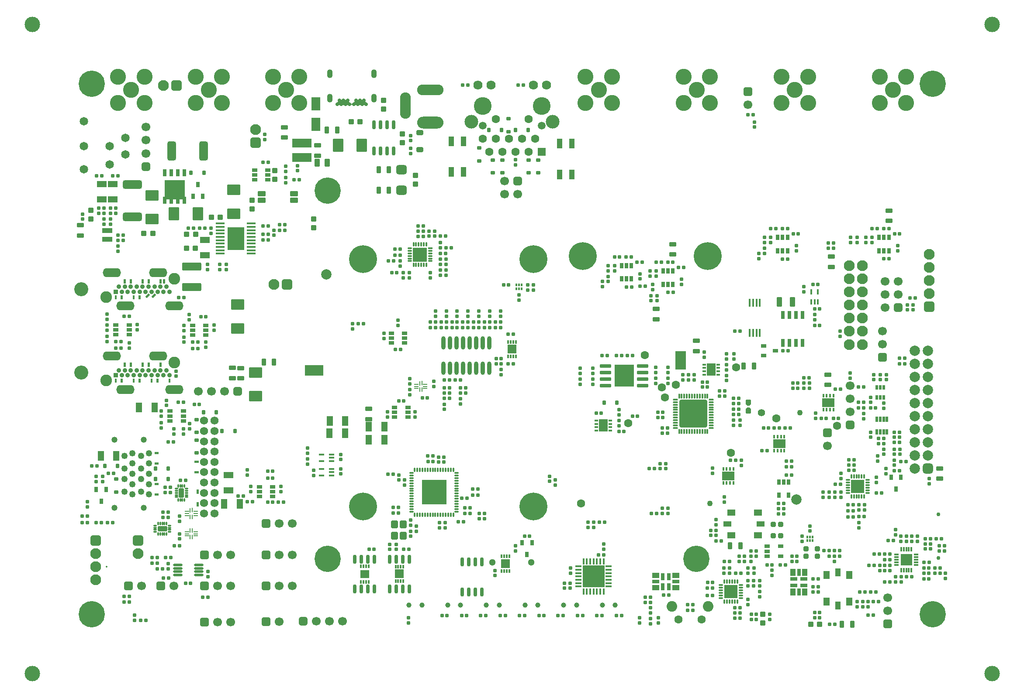
<source format=gbs>
G04*
G04 #@! TF.GenerationSoftware,Altium Limited,Altium Designer,19.1.6 (110)*
G04*
G04 Layer_Color=16711935*
%FSLAX44Y44*%
%MOMM*%
G71*
G01*
G75*
%ADD38C,1.6000*%
G04:AMPARAMS|DCode=114|XSize=0.7mm|YSize=0.7mm|CornerRadius=0.11mm|HoleSize=0mm|Usage=FLASHONLY|Rotation=180.000|XOffset=0mm|YOffset=0mm|HoleType=Round|Shape=RoundedRectangle|*
%AMROUNDEDRECTD114*
21,1,0.7000,0.4800,0,0,180.0*
21,1,0.4800,0.7000,0,0,180.0*
1,1,0.2200,-0.2400,0.2400*
1,1,0.2200,0.2400,0.2400*
1,1,0.2200,0.2400,-0.2400*
1,1,0.2200,-0.2400,-0.2400*
%
%ADD114ROUNDEDRECTD114*%
G04:AMPARAMS|DCode=118|XSize=0.6mm|YSize=0.7mm|CornerRadius=0.1mm|HoleSize=0mm|Usage=FLASHONLY|Rotation=270.000|XOffset=0mm|YOffset=0mm|HoleType=Round|Shape=RoundedRectangle|*
%AMROUNDEDRECTD118*
21,1,0.6000,0.5000,0,0,270.0*
21,1,0.4000,0.7000,0,0,270.0*
1,1,0.2000,-0.2500,-0.2000*
1,1,0.2000,-0.2500,0.2000*
1,1,0.2000,0.2500,0.2000*
1,1,0.2000,0.2500,-0.2000*
%
%ADD118ROUNDEDRECTD118*%
%ADD119R,0.4000X0.4100*%
G04:AMPARAMS|DCode=120|XSize=0.6mm|YSize=0.7mm|CornerRadius=0.1mm|HoleSize=0mm|Usage=FLASHONLY|Rotation=0.000|XOffset=0mm|YOffset=0mm|HoleType=Round|Shape=RoundedRectangle|*
%AMROUNDEDRECTD120*
21,1,0.6000,0.5000,0,0,0.0*
21,1,0.4000,0.7000,0,0,0.0*
1,1,0.2000,0.2000,-0.2500*
1,1,0.2000,-0.2000,-0.2500*
1,1,0.2000,-0.2000,0.2500*
1,1,0.2000,0.2000,0.2500*
%
%ADD120ROUNDEDRECTD120*%
G04:AMPARAMS|DCode=121|XSize=0.7mm|YSize=0.7mm|CornerRadius=0.11mm|HoleSize=0mm|Usage=FLASHONLY|Rotation=90.000|XOffset=0mm|YOffset=0mm|HoleType=Round|Shape=RoundedRectangle|*
%AMROUNDEDRECTD121*
21,1,0.7000,0.4800,0,0,90.0*
21,1,0.4800,0.7000,0,0,90.0*
1,1,0.2200,0.2400,0.2400*
1,1,0.2200,0.2400,-0.2400*
1,1,0.2200,-0.2400,-0.2400*
1,1,0.2200,-0.2400,0.2400*
%
%ADD121ROUNDEDRECTD121*%
G04:AMPARAMS|DCode=122|XSize=1.1mm|YSize=1mm|CornerRadius=0.1625mm|HoleSize=0mm|Usage=FLASHONLY|Rotation=270.000|XOffset=0mm|YOffset=0mm|HoleType=Round|Shape=RoundedRectangle|*
%AMROUNDEDRECTD122*
21,1,1.1000,0.6750,0,0,270.0*
21,1,0.7750,1.0000,0,0,270.0*
1,1,0.3250,-0.3375,-0.3875*
1,1,0.3250,-0.3375,0.3875*
1,1,0.3250,0.3375,0.3875*
1,1,0.3250,0.3375,-0.3875*
%
%ADD122ROUNDEDRECTD122*%
%ADD123C,1.7000*%
G04:AMPARAMS|DCode=129|XSize=1.1mm|YSize=1mm|CornerRadius=0.1625mm|HoleSize=0mm|Usage=FLASHONLY|Rotation=180.000|XOffset=0mm|YOffset=0mm|HoleType=Round|Shape=RoundedRectangle|*
%AMROUNDEDRECTD129*
21,1,1.1000,0.6750,0,0,180.0*
21,1,0.7750,1.0000,0,0,180.0*
1,1,0.3250,-0.3875,0.3375*
1,1,0.3250,0.3875,0.3375*
1,1,0.3250,0.3875,-0.3375*
1,1,0.3250,-0.3875,-0.3375*
%
%ADD129ROUNDEDRECTD129*%
%ADD139C,3.0000*%
%ADD159R,3.8000X1.7000*%
G04:AMPARAMS|DCode=162|XSize=1.9mm|YSize=1.25mm|CornerRadius=0.1938mm|HoleSize=0mm|Usage=FLASHONLY|Rotation=180.000|XOffset=0mm|YOffset=0mm|HoleType=Round|Shape=RoundedRectangle|*
%AMROUNDEDRECTD162*
21,1,1.9000,0.8625,0,0,180.0*
21,1,1.5125,1.2500,0,0,180.0*
1,1,0.3875,-0.7563,0.4313*
1,1,0.3875,0.7563,0.4313*
1,1,0.3875,0.7563,-0.4313*
1,1,0.3875,-0.7563,-0.4313*
%
%ADD162ROUNDEDRECTD162*%
%ADD165R,0.4100X0.4000*%
G04:AMPARAMS|DCode=185|XSize=2.6mm|YSize=2.1mm|CornerRadius=0.3mm|HoleSize=0mm|Usage=FLASHONLY|Rotation=90.000|XOffset=0mm|YOffset=0mm|HoleType=Round|Shape=RoundedRectangle|*
%AMROUNDEDRECTD185*
21,1,2.6000,1.5000,0,0,90.0*
21,1,2.0000,2.1000,0,0,90.0*
1,1,0.6000,0.7500,1.0000*
1,1,0.6000,0.7500,-1.0000*
1,1,0.6000,-0.7500,-1.0000*
1,1,0.6000,-0.7500,1.0000*
%
%ADD185ROUNDEDRECTD185*%
%ADD186C,2.0000*%
%ADD187R,3.6000X2.0000*%
G04:AMPARAMS|DCode=188|XSize=0.7mm|YSize=0.8mm|CornerRadius=0.125mm|HoleSize=0mm|Usage=FLASHONLY|Rotation=270.000|XOffset=0mm|YOffset=0mm|HoleType=Round|Shape=RoundedRectangle|*
%AMROUNDEDRECTD188*
21,1,0.7000,0.5500,0,0,270.0*
21,1,0.4500,0.8000,0,0,270.0*
1,1,0.2500,-0.2750,-0.2250*
1,1,0.2500,-0.2750,0.2250*
1,1,0.2500,0.2750,0.2250*
1,1,0.2500,0.2750,-0.2250*
%
%ADD188ROUNDEDRECTD188*%
G04:AMPARAMS|DCode=193|XSize=1.5mm|YSize=1.1mm|CornerRadius=0.175mm|HoleSize=0mm|Usage=FLASHONLY|Rotation=90.000|XOffset=0mm|YOffset=0mm|HoleType=Round|Shape=RoundedRectangle|*
%AMROUNDEDRECTD193*
21,1,1.5000,0.7500,0,0,90.0*
21,1,1.1500,1.1000,0,0,90.0*
1,1,0.3500,0.3750,0.5750*
1,1,0.3500,0.3750,-0.5750*
1,1,0.3500,-0.3750,-0.5750*
1,1,0.3500,-0.3750,0.5750*
%
%ADD193ROUNDEDRECTD193*%
%ADD195C,2.7250*%
%ADD196O,3.5600X1.7600*%
%ADD197C,0.9000*%
%ADD198R,0.9000X0.9000*%
%ADD199C,2.2580*%
%ADD200C,1.2500*%
%ADD201C,1.5780*%
G04:AMPARAMS|DCode=202|XSize=1.624mm|YSize=1.624mm|CornerRadius=0.2405mm|HoleSize=0mm|Usage=FLASHONLY|Rotation=180.000|XOffset=0mm|YOffset=0mm|HoleType=Round|Shape=RoundedRectangle|*
%AMROUNDEDRECTD202*
21,1,1.6240,1.1430,0,0,180.0*
21,1,1.1430,1.6240,0,0,180.0*
1,1,0.4810,-0.5715,0.5715*
1,1,0.4810,0.5715,0.5715*
1,1,0.4810,0.5715,-0.5715*
1,1,0.4810,-0.5715,-0.5715*
%
%ADD202ROUNDEDRECTD202*%
%ADD203C,1.4000*%
%ADD204C,1.1000*%
G04:AMPARAMS|DCode=205|XSize=1.7mm|YSize=1.7mm|CornerRadius=0.45mm|HoleSize=0mm|Usage=FLASHONLY|Rotation=0.000|XOffset=0mm|YOffset=0mm|HoleType=Round|Shape=RoundedRectangle|*
%AMROUNDEDRECTD205*
21,1,1.7000,0.8000,0,0,0.0*
21,1,0.8000,1.7000,0,0,0.0*
1,1,0.9000,0.4000,-0.4000*
1,1,0.9000,-0.4000,-0.4000*
1,1,0.9000,-0.4000,0.4000*
1,1,0.9000,0.4000,0.4000*
%
%ADD205ROUNDEDRECTD205*%
%ADD206C,1.1886*%
%ADD207C,2.1000*%
%ADD208C,5.4000*%
G04:AMPARAMS|DCode=209|XSize=1.624mm|YSize=1.624mm|CornerRadius=0.2405mm|HoleSize=0mm|Usage=FLASHONLY|Rotation=90.000|XOffset=0mm|YOffset=0mm|HoleType=Round|Shape=RoundedRectangle|*
%AMROUNDEDRECTD209*
21,1,1.6240,1.1430,0,0,90.0*
21,1,1.1430,1.6240,0,0,90.0*
1,1,0.4810,0.5715,0.5715*
1,1,0.4810,0.5715,-0.5715*
1,1,0.4810,-0.5715,-0.5715*
1,1,0.4810,-0.5715,0.5715*
%
%ADD209ROUNDEDRECTD209*%
%ADD210C,1.7800*%
%ADD211C,1.6080*%
%ADD212C,1.5080*%
%ADD213R,1.6080X1.6080*%
%ADD214C,2.6500*%
%ADD215C,3.4500*%
%ADD216C,1.6500*%
%ADD217O,2.1000X5.1000*%
%ADD218O,5.1000X2.3000*%
%ADD219O,5.1000X2.1000*%
%ADD220C,0.7500*%
%ADD221C,1.3000*%
%ADD222C,5.1000*%
%ADD223O,1.1000X1.7000*%
%ADD224C,0.7300*%
%ADD225C,2.0500*%
G04:AMPARAMS|DCode=226|XSize=2.1mm|YSize=2.1mm|CornerRadius=0.55mm|HoleSize=0mm|Usage=FLASHONLY|Rotation=90.000|XOffset=0mm|YOffset=0mm|HoleType=Round|Shape=RoundedRectangle|*
%AMROUNDEDRECTD226*
21,1,2.1000,1.0000,0,0,90.0*
21,1,1.0000,2.1000,0,0,90.0*
1,1,1.1000,0.5000,0.5000*
1,1,1.1000,0.5000,-0.5000*
1,1,1.1000,-0.5000,-0.5000*
1,1,1.1000,-0.5000,0.5000*
%
%ADD226ROUNDEDRECTD226*%
G04:AMPARAMS|DCode=227|XSize=1.7mm|YSize=1.7mm|CornerRadius=0.45mm|HoleSize=0mm|Usage=FLASHONLY|Rotation=90.000|XOffset=0mm|YOffset=0mm|HoleType=Round|Shape=RoundedRectangle|*
%AMROUNDEDRECTD227*
21,1,1.7000,0.8000,0,0,90.0*
21,1,0.8000,1.7000,0,0,90.0*
1,1,0.9000,0.4000,0.4000*
1,1,0.9000,0.4000,-0.4000*
1,1,0.9000,-0.4000,-0.4000*
1,1,0.9000,-0.4000,0.4000*
%
%ADD227ROUNDEDRECTD227*%
%ADD228C,3.1000*%
%ADD229C,0.3500*%
G04:AMPARAMS|DCode=230|XSize=2mm|YSize=2mm|CornerRadius=0.525mm|HoleSize=0mm|Usage=FLASHONLY|Rotation=90.000|XOffset=0mm|YOffset=0mm|HoleType=Round|Shape=RoundedRectangle|*
%AMROUNDEDRECTD230*
21,1,2.0000,0.9500,0,0,90.0*
21,1,0.9500,2.0000,0,0,90.0*
1,1,1.0500,0.4750,0.4750*
1,1,1.0500,0.4750,-0.4750*
1,1,1.0500,-0.4750,-0.4750*
1,1,1.0500,-0.4750,0.4750*
%
%ADD230ROUNDEDRECTD230*%
%ADD231C,1.0000*%
G04:AMPARAMS|DCode=232|XSize=2.1mm|YSize=2.1mm|CornerRadius=0.55mm|HoleSize=0mm|Usage=FLASHONLY|Rotation=180.000|XOffset=0mm|YOffset=0mm|HoleType=Round|Shape=RoundedRectangle|*
%AMROUNDEDRECTD232*
21,1,2.1000,1.0000,0,0,180.0*
21,1,1.0000,2.1000,0,0,180.0*
1,1,1.1000,-0.5000,0.5000*
1,1,1.1000,0.5000,0.5000*
1,1,1.1000,0.5000,-0.5000*
1,1,1.1000,-0.5000,-0.5000*
%
%ADD232ROUNDEDRECTD232*%
%ADD329R,1.7000X1.7000*%
G04:AMPARAMS|DCode=374|XSize=0.7mm|YSize=0.6mm|CornerRadius=0.1mm|HoleSize=0mm|Usage=FLASHONLY|Rotation=90.000|XOffset=0mm|YOffset=0mm|HoleType=Round|Shape=RoundedRectangle|*
%AMROUNDEDRECTD374*
21,1,0.7000,0.4000,0,0,90.0*
21,1,0.5000,0.6000,0,0,90.0*
1,1,0.2000,0.2000,0.2500*
1,1,0.2000,0.2000,-0.2500*
1,1,0.2000,-0.2000,-0.2500*
1,1,0.2000,-0.2000,0.2500*
%
%ADD374ROUNDEDRECTD374*%
G04:AMPARAMS|DCode=375|XSize=0.65mm|YSize=2.2mm|CornerRadius=0.1875mm|HoleSize=0mm|Usage=FLASHONLY|Rotation=90.000|XOffset=0mm|YOffset=0mm|HoleType=Round|Shape=RoundedRectangle|*
%AMROUNDEDRECTD375*
21,1,0.6500,1.8250,0,0,90.0*
21,1,0.2750,2.2000,0,0,90.0*
1,1,0.3750,0.9125,0.1375*
1,1,0.3750,0.9125,-0.1375*
1,1,0.3750,-0.9125,-0.1375*
1,1,0.3750,-0.9125,0.1375*
%
%ADD375ROUNDEDRECTD375*%
%ADD376R,3.7000X4.3000*%
G04:AMPARAMS|DCode=377|XSize=0.7mm|YSize=0.8mm|CornerRadius=0.125mm|HoleSize=0mm|Usage=FLASHONLY|Rotation=0.000|XOffset=0mm|YOffset=0mm|HoleType=Round|Shape=RoundedRectangle|*
%AMROUNDEDRECTD377*
21,1,0.7000,0.5500,0,0,0.0*
21,1,0.4500,0.8000,0,0,0.0*
1,1,0.2500,0.2250,-0.2750*
1,1,0.2500,-0.2250,-0.2750*
1,1,0.2500,-0.2250,0.2750*
1,1,0.2500,0.2250,0.2750*
%
%ADD377ROUNDEDRECTD377*%
G04:AMPARAMS|DCode=378|XSize=1mm|YSize=1mm|CornerRadius=0.1625mm|HoleSize=0mm|Usage=FLASHONLY|Rotation=270.000|XOffset=0mm|YOffset=0mm|HoleType=Round|Shape=RoundedRectangle|*
%AMROUNDEDRECTD378*
21,1,1.0000,0.6750,0,0,270.0*
21,1,0.6750,1.0000,0,0,270.0*
1,1,0.3250,-0.3375,-0.3375*
1,1,0.3250,-0.3375,0.3375*
1,1,0.3250,0.3375,0.3375*
1,1,0.3250,0.3375,-0.3375*
%
%ADD378ROUNDEDRECTD378*%
G04:AMPARAMS|DCode=379|XSize=0.7mm|YSize=1.1mm|CornerRadius=0.125mm|HoleSize=0mm|Usage=FLASHONLY|Rotation=0.000|XOffset=0mm|YOffset=0mm|HoleType=Round|Shape=RoundedRectangle|*
%AMROUNDEDRECTD379*
21,1,0.7000,0.8500,0,0,0.0*
21,1,0.4500,1.1000,0,0,0.0*
1,1,0.2500,0.2250,-0.4250*
1,1,0.2500,-0.2250,-0.4250*
1,1,0.2500,-0.2250,0.4250*
1,1,0.2500,0.2250,0.4250*
%
%ADD379ROUNDEDRECTD379*%
G04:AMPARAMS|DCode=380|XSize=5.4mm|YSize=5.4mm|CornerRadius=0.315mm|HoleSize=0mm|Usage=FLASHONLY|Rotation=270.000|XOffset=0mm|YOffset=0mm|HoleType=Round|Shape=RoundedRectangle|*
%AMROUNDEDRECTD380*
21,1,5.4000,4.7700,0,0,270.0*
21,1,4.7700,5.4000,0,0,270.0*
1,1,0.6300,-2.3850,-2.3850*
1,1,0.6300,-2.3850,2.3850*
1,1,0.6300,2.3850,2.3850*
1,1,0.6300,2.3850,-2.3850*
%
%ADD380ROUNDEDRECTD380*%
G04:AMPARAMS|DCode=381|XSize=0.95mm|YSize=0.35mm|CornerRadius=0.1125mm|HoleSize=0mm|Usage=FLASHONLY|Rotation=270.000|XOffset=0mm|YOffset=0mm|HoleType=Round|Shape=RoundedRectangle|*
%AMROUNDEDRECTD381*
21,1,0.9500,0.1250,0,0,270.0*
21,1,0.7250,0.3500,0,0,270.0*
1,1,0.2250,-0.0625,-0.3625*
1,1,0.2250,-0.0625,0.3625*
1,1,0.2250,0.0625,0.3625*
1,1,0.2250,0.0625,-0.3625*
%
%ADD381ROUNDEDRECTD381*%
G04:AMPARAMS|DCode=382|XSize=0.95mm|YSize=0.35mm|CornerRadius=0.1125mm|HoleSize=0mm|Usage=FLASHONLY|Rotation=0.000|XOffset=0mm|YOffset=0mm|HoleType=Round|Shape=RoundedRectangle|*
%AMROUNDEDRECTD382*
21,1,0.9500,0.1250,0,0,0.0*
21,1,0.7250,0.3500,0,0,0.0*
1,1,0.2250,0.3625,-0.0625*
1,1,0.2250,-0.3625,-0.0625*
1,1,0.2250,-0.3625,0.0625*
1,1,0.2250,0.3625,0.0625*
%
%ADD382ROUNDEDRECTD382*%
%ADD383R,1.7000X2.4500*%
%ADD384R,0.8000X0.4000*%
G04:AMPARAMS|DCode=385|XSize=1.4mm|YSize=0.9mm|CornerRadius=0.15mm|HoleSize=0mm|Usage=FLASHONLY|Rotation=180.000|XOffset=0mm|YOffset=0mm|HoleType=Round|Shape=RoundedRectangle|*
%AMROUNDEDRECTD385*
21,1,1.4000,0.6000,0,0,180.0*
21,1,1.1000,0.9000,0,0,180.0*
1,1,0.3000,-0.5500,0.3000*
1,1,0.3000,0.5500,0.3000*
1,1,0.3000,0.5500,-0.3000*
1,1,0.3000,-0.5500,-0.3000*
%
%ADD385ROUNDEDRECTD385*%
G04:AMPARAMS|DCode=386|XSize=1.4mm|YSize=0.9mm|CornerRadius=0.15mm|HoleSize=0mm|Usage=FLASHONLY|Rotation=90.000|XOffset=0mm|YOffset=0mm|HoleType=Round|Shape=RoundedRectangle|*
%AMROUNDEDRECTD386*
21,1,1.4000,0.6000,0,0,90.0*
21,1,1.1000,0.9000,0,0,90.0*
1,1,0.3000,0.3000,0.5500*
1,1,0.3000,0.3000,-0.5500*
1,1,0.3000,-0.3000,-0.5500*
1,1,0.3000,-0.3000,0.5500*
%
%ADD386ROUNDEDRECTD386*%
%ADD387R,2.4500X1.7000*%
%ADD388R,0.4000X0.8000*%
%ADD389R,4.3000X4.3000*%
G04:AMPARAMS|DCode=390|XSize=0.4mm|YSize=1.25mm|CornerRadius=0.125mm|HoleSize=0mm|Usage=FLASHONLY|Rotation=0.000|XOffset=0mm|YOffset=0mm|HoleType=Round|Shape=RoundedRectangle|*
%AMROUNDEDRECTD390*
21,1,0.4000,1.0000,0,0,0.0*
21,1,0.1500,1.2500,0,0,0.0*
1,1,0.2500,0.0750,-0.5000*
1,1,0.2500,-0.0750,-0.5000*
1,1,0.2500,-0.0750,0.5000*
1,1,0.2500,0.0750,0.5000*
%
%ADD390ROUNDEDRECTD390*%
G04:AMPARAMS|DCode=391|XSize=0.4mm|YSize=1.25mm|CornerRadius=0.125mm|HoleSize=0mm|Usage=FLASHONLY|Rotation=270.000|XOffset=0mm|YOffset=0mm|HoleType=Round|Shape=RoundedRectangle|*
%AMROUNDEDRECTD391*
21,1,0.4000,1.0000,0,0,270.0*
21,1,0.1500,1.2500,0,0,270.0*
1,1,0.2500,-0.5000,-0.0750*
1,1,0.2500,-0.5000,0.0750*
1,1,0.2500,0.5000,0.0750*
1,1,0.2500,0.5000,-0.0750*
%
%ADD391ROUNDEDRECTD391*%
%ADD392R,1.4500X1.1000*%
%ADD393R,0.8000X1.4500*%
%ADD394R,1.4500X0.8000*%
%ADD395R,2.6000X2.6000*%
%ADD396O,0.3500X1.0000*%
%ADD397O,1.0000X0.3500*%
%ADD398R,1.5000X1.0000*%
%ADD399R,1.6000X1.3000*%
%ADD400R,0.3500X0.6250*%
%ADD401R,0.8300X0.2600*%
%ADD402R,0.2600X0.8700*%
%ADD403R,0.2600X0.9700*%
G04:AMPARAMS|DCode=404|XSize=0.67mm|YSize=0.27mm|CornerRadius=0.11mm|HoleSize=0mm|Usage=FLASHONLY|Rotation=90.000|XOffset=0mm|YOffset=0mm|HoleType=Round|Shape=RoundedRectangle|*
%AMROUNDEDRECTD404*
21,1,0.6700,0.0500,0,0,90.0*
21,1,0.4500,0.2700,0,0,90.0*
1,1,0.2200,0.0250,0.2250*
1,1,0.2200,0.0250,-0.2250*
1,1,0.2200,-0.0250,-0.2250*
1,1,0.2200,-0.0250,0.2250*
%
%ADD404ROUNDEDRECTD404*%
G04:AMPARAMS|DCode=405|XSize=0.67mm|YSize=0.27mm|CornerRadius=0.085mm|HoleSize=0mm|Usage=FLASHONLY|Rotation=180.000|XOffset=0mm|YOffset=0mm|HoleType=Round|Shape=RoundedRectangle|*
%AMROUNDEDRECTD405*
21,1,0.6700,0.1000,0,0,180.0*
21,1,0.5000,0.2700,0,0,180.0*
1,1,0.1700,-0.2500,0.0500*
1,1,0.1700,0.2500,0.0500*
1,1,0.1700,0.2500,-0.0500*
1,1,0.1700,-0.2500,-0.0500*
%
%ADD405ROUNDEDRECTD405*%
G04:AMPARAMS|DCode=406|XSize=0.67mm|YSize=0.27mm|CornerRadius=0.11mm|HoleSize=0mm|Usage=FLASHONLY|Rotation=180.000|XOffset=0mm|YOffset=0mm|HoleType=Round|Shape=RoundedRectangle|*
%AMROUNDEDRECTD406*
21,1,0.6700,0.0500,0,0,180.0*
21,1,0.4500,0.2700,0,0,180.0*
1,1,0.2200,-0.2250,0.0250*
1,1,0.2200,0.2250,0.0250*
1,1,0.2200,0.2250,-0.0250*
1,1,0.2200,-0.2250,-0.0250*
%
%ADD406ROUNDEDRECTD406*%
G04:AMPARAMS|DCode=407|XSize=0.27mm|YSize=0.67mm|CornerRadius=0.11mm|HoleSize=0mm|Usage=FLASHONLY|Rotation=180.000|XOffset=0mm|YOffset=0mm|HoleType=Round|Shape=RoundedRectangle|*
%AMROUNDEDRECTD407*
21,1,0.2700,0.4500,0,0,180.0*
21,1,0.0500,0.6700,0,0,180.0*
1,1,0.2200,-0.0250,0.2250*
1,1,0.2200,0.0250,0.2250*
1,1,0.2200,0.0250,-0.2250*
1,1,0.2200,-0.0250,-0.2250*
%
%ADD407ROUNDEDRECTD407*%
G04:AMPARAMS|DCode=408|XSize=1.07mm|YSize=1.87mm|CornerRadius=0.285mm|HoleSize=0mm|Usage=FLASHONLY|Rotation=180.000|XOffset=0mm|YOffset=0mm|HoleType=Round|Shape=RoundedRectangle|*
%AMROUNDEDRECTD408*
21,1,1.0700,1.3000,0,0,180.0*
21,1,0.5000,1.8700,0,0,180.0*
1,1,0.5700,-0.2500,0.6500*
1,1,0.5700,0.2500,0.6500*
1,1,0.5700,0.2500,-0.6500*
1,1,0.5700,-0.2500,-0.6500*
%
%ADD408ROUNDEDRECTD408*%
G04:AMPARAMS|DCode=409|XSize=0.27mm|YSize=0.67mm|CornerRadius=0.11mm|HoleSize=0mm|Usage=FLASHONLY|Rotation=90.000|XOffset=0mm|YOffset=0mm|HoleType=Round|Shape=RoundedRectangle|*
%AMROUNDEDRECTD409*
21,1,0.2700,0.4500,0,0,90.0*
21,1,0.0500,0.6700,0,0,90.0*
1,1,0.2200,0.2250,0.0250*
1,1,0.2200,0.2250,-0.0250*
1,1,0.2200,-0.2250,-0.0250*
1,1,0.2200,-0.2250,0.0250*
%
%ADD409ROUNDEDRECTD409*%
G04:AMPARAMS|DCode=410|XSize=1.07mm|YSize=1.87mm|CornerRadius=0.285mm|HoleSize=0mm|Usage=FLASHONLY|Rotation=90.000|XOffset=0mm|YOffset=0mm|HoleType=Round|Shape=RoundedRectangle|*
%AMROUNDEDRECTD410*
21,1,1.0700,1.3000,0,0,90.0*
21,1,0.5000,1.8700,0,0,90.0*
1,1,0.5700,0.6500,0.2500*
1,1,0.5700,0.6500,-0.2500*
1,1,0.5700,-0.6500,-0.2500*
1,1,0.5700,-0.6500,0.2500*
%
%ADD410ROUNDEDRECTD410*%
G04:AMPARAMS|DCode=411|XSize=0.67mm|YSize=0.27mm|CornerRadius=0.085mm|HoleSize=0mm|Usage=FLASHONLY|Rotation=90.000|XOffset=0mm|YOffset=0mm|HoleType=Round|Shape=RoundedRectangle|*
%AMROUNDEDRECTD411*
21,1,0.6700,0.1000,0,0,90.0*
21,1,0.5000,0.2700,0,0,90.0*
1,1,0.1700,0.0500,0.2500*
1,1,0.1700,0.0500,-0.2500*
1,1,0.1700,-0.0500,-0.2500*
1,1,0.1700,-0.0500,0.2500*
%
%ADD411ROUNDEDRECTD411*%
%ADD412R,0.8100X0.2800*%
%ADD413R,0.2800X0.8700*%
%ADD414R,0.2800X0.9700*%
G04:AMPARAMS|DCode=415|XSize=0.41mm|YSize=0.4mm|CornerRadius=0mm|HoleSize=0mm|Usage=FLASHONLY|Rotation=225.000|XOffset=0mm|YOffset=0mm|HoleType=Round|Shape=Rectangle|*
%AMROTATEDRECTD415*
4,1,4,0.0035,0.2864,0.2864,0.0035,-0.0035,-0.2864,-0.2864,-0.0035,0.0035,0.2864,0.0*
%
%ADD415ROTATEDRECTD415*%

G04:AMPARAMS|DCode=416|XSize=1.8mm|YSize=0.55mm|CornerRadius=0.1625mm|HoleSize=0mm|Usage=FLASHONLY|Rotation=180.000|XOffset=0mm|YOffset=0mm|HoleType=Round|Shape=RoundedRectangle|*
%AMROUNDEDRECTD416*
21,1,1.8000,0.2250,0,0,180.0*
21,1,1.4750,0.5500,0,0,180.0*
1,1,0.3250,-0.7375,0.1125*
1,1,0.3250,0.7375,0.1125*
1,1,0.3250,0.7375,-0.1125*
1,1,0.3250,-0.7375,-0.1125*
%
%ADD416ROUNDEDRECTD416*%
G04:AMPARAMS|DCode=417|XSize=1.9mm|YSize=1.25mm|CornerRadius=0.1938mm|HoleSize=0mm|Usage=FLASHONLY|Rotation=270.000|XOffset=0mm|YOffset=0mm|HoleType=Round|Shape=RoundedRectangle|*
%AMROUNDEDRECTD417*
21,1,1.9000,0.8625,0,0,270.0*
21,1,1.5125,1.2500,0,0,270.0*
1,1,0.3875,-0.4313,-0.7563*
1,1,0.3875,-0.4313,0.7563*
1,1,0.3875,0.4313,0.7563*
1,1,0.3875,0.4313,-0.7563*
%
%ADD417ROUNDEDRECTD417*%
%ADD418R,0.4500X1.6000*%
G04:AMPARAMS|DCode=419|XSize=2.6mm|YSize=2.1mm|CornerRadius=0.3mm|HoleSize=0mm|Usage=FLASHONLY|Rotation=180.000|XOffset=0mm|YOffset=0mm|HoleType=Round|Shape=RoundedRectangle|*
%AMROUNDEDRECTD419*
21,1,2.6000,1.5000,0,0,180.0*
21,1,2.0000,2.1000,0,0,180.0*
1,1,0.6000,-1.0000,0.7500*
1,1,0.6000,1.0000,0.7500*
1,1,0.6000,1.0000,-0.7500*
1,1,0.6000,-1.0000,-0.7500*
%
%ADD419ROUNDEDRECTD419*%
G04:AMPARAMS|DCode=420|XSize=0.7mm|YSize=1.1mm|CornerRadius=0.125mm|HoleSize=0mm|Usage=FLASHONLY|Rotation=90.000|XOffset=0mm|YOffset=0mm|HoleType=Round|Shape=RoundedRectangle|*
%AMROUNDEDRECTD420*
21,1,0.7000,0.8500,0,0,90.0*
21,1,0.4500,1.1000,0,0,90.0*
1,1,0.2500,0.4250,0.2250*
1,1,0.2500,0.4250,-0.2250*
1,1,0.2500,-0.4250,-0.2250*
1,1,0.2500,-0.4250,0.2250*
%
%ADD420ROUNDEDRECTD420*%
G04:AMPARAMS|DCode=421|XSize=1.5mm|YSize=1.3mm|CornerRadius=0.2mm|HoleSize=0mm|Usage=FLASHONLY|Rotation=270.000|XOffset=0mm|YOffset=0mm|HoleType=Round|Shape=RoundedRectangle|*
%AMROUNDEDRECTD421*
21,1,1.5000,0.9000,0,0,270.0*
21,1,1.1000,1.3000,0,0,270.0*
1,1,0.4000,-0.4500,-0.5500*
1,1,0.4000,-0.4500,0.5500*
1,1,0.4000,0.4500,0.5500*
1,1,0.4000,0.4500,-0.5500*
%
%ADD421ROUNDEDRECTD421*%
%ADD422O,0.7000X1.8000*%
%ADD423R,1.8000X1.8000*%
%ADD424R,0.3900X0.7400*%
G04:AMPARAMS|DCode=425|XSize=0.4mm|YSize=0.8mm|CornerRadius=0.125mm|HoleSize=0mm|Usage=FLASHONLY|Rotation=270.000|XOffset=0mm|YOffset=0mm|HoleType=Round|Shape=RoundedRectangle|*
%AMROUNDEDRECTD425*
21,1,0.4000,0.5500,0,0,270.0*
21,1,0.1500,0.8000,0,0,270.0*
1,1,0.2500,-0.2750,-0.0750*
1,1,0.2500,-0.2750,0.0750*
1,1,0.2500,0.2750,0.0750*
1,1,0.2500,0.2750,-0.0750*
%
%ADD425ROUNDEDRECTD425*%
G04:AMPARAMS|DCode=426|XSize=0.4mm|YSize=0.8mm|CornerRadius=0.125mm|HoleSize=0mm|Usage=FLASHONLY|Rotation=0.000|XOffset=0mm|YOffset=0mm|HoleType=Round|Shape=RoundedRectangle|*
%AMROUNDEDRECTD426*
21,1,0.4000,0.5500,0,0,0.0*
21,1,0.1500,0.8000,0,0,0.0*
1,1,0.2500,0.0750,-0.2750*
1,1,0.2500,-0.0750,-0.2750*
1,1,0.2500,-0.0750,0.2750*
1,1,0.2500,0.0750,0.2750*
%
%ADD426ROUNDEDRECTD426*%
%ADD427R,4.8000X4.8000*%
%ADD428R,0.4000X0.8000*%
%ADD429R,1.7000X1.5000*%
G04:AMPARAMS|DCode=430|XSize=1.7mm|YSize=3.75mm|CornerRadius=0.45mm|HoleSize=0mm|Usage=FLASHONLY|Rotation=90.000|XOffset=0mm|YOffset=0mm|HoleType=Round|Shape=RoundedRectangle|*
%AMROUNDEDRECTD430*
21,1,1.7000,2.8500,0,0,90.0*
21,1,0.8000,3.7500,0,0,90.0*
1,1,0.9000,1.4250,0.4000*
1,1,0.9000,1.4250,-0.4000*
1,1,0.9000,-1.4250,-0.4000*
1,1,0.9000,-1.4250,0.4000*
%
%ADD430ROUNDEDRECTD430*%
G04:AMPARAMS|DCode=431|XSize=1.1mm|YSize=1.6mm|CornerRadius=0.3mm|HoleSize=0mm|Usage=FLASHONLY|Rotation=90.000|XOffset=0mm|YOffset=0mm|HoleType=Round|Shape=RoundedRectangle|*
%AMROUNDEDRECTD431*
21,1,1.1000,1.0000,0,0,90.0*
21,1,0.5000,1.6000,0,0,90.0*
1,1,0.6000,0.5000,0.2500*
1,1,0.6000,0.5000,-0.2500*
1,1,0.6000,-0.5000,-0.2500*
1,1,0.6000,-0.5000,0.2500*
%
%ADD431ROUNDEDRECTD431*%
G04:AMPARAMS|DCode=432|XSize=3.7mm|YSize=1.6mm|CornerRadius=0.2375mm|HoleSize=0mm|Usage=FLASHONLY|Rotation=0.000|XOffset=0mm|YOffset=0mm|HoleType=Round|Shape=RoundedRectangle|*
%AMROUNDEDRECTD432*
21,1,3.7000,1.1250,0,0,0.0*
21,1,3.2250,1.6000,0,0,0.0*
1,1,0.4750,1.6125,-0.5625*
1,1,0.4750,-1.6125,-0.5625*
1,1,0.4750,-1.6125,0.5625*
1,1,0.4750,1.6125,0.5625*
%
%ADD432ROUNDEDRECTD432*%
G04:AMPARAMS|DCode=433|XSize=0.55mm|YSize=0.8mm|CornerRadius=0.1063mm|HoleSize=0mm|Usage=FLASHONLY|Rotation=180.000|XOffset=0mm|YOffset=0mm|HoleType=Round|Shape=RoundedRectangle|*
%AMROUNDEDRECTD433*
21,1,0.5500,0.5875,0,0,180.0*
21,1,0.3375,0.8000,0,0,180.0*
1,1,0.2125,-0.1688,0.2938*
1,1,0.2125,0.1688,0.2938*
1,1,0.2125,0.1688,-0.2938*
1,1,0.2125,-0.1688,-0.2938*
%
%ADD433ROUNDEDRECTD433*%
%ADD434R,0.5000X1.1000*%
%ADD435R,2.2000X2.2000*%
%ADD436R,0.9500X0.4000*%
%ADD437R,0.4000X0.9500*%
%ADD438R,0.5000X0.9500*%
G04:AMPARAMS|DCode=439|XSize=1.7mm|YSize=3.75mm|CornerRadius=0.45mm|HoleSize=0mm|Usage=FLASHONLY|Rotation=180.000|XOffset=0mm|YOffset=0mm|HoleType=Round|Shape=RoundedRectangle|*
%AMROUNDEDRECTD439*
21,1,1.7000,2.8500,0,0,180.0*
21,1,0.8000,3.7500,0,0,180.0*
1,1,0.9000,-0.4000,1.4250*
1,1,0.9000,0.4000,1.4250*
1,1,0.9000,0.4000,-1.4250*
1,1,0.9000,-0.4000,-1.4250*
%
%ADD439ROUNDEDRECTD439*%
%ADD440R,1.8000X2.6000*%
G04:AMPARAMS|DCode=441|XSize=1.8mm|YSize=2.1mm|CornerRadius=0.475mm|HoleSize=0mm|Usage=FLASHONLY|Rotation=90.000|XOffset=0mm|YOffset=0mm|HoleType=Round|Shape=RoundedRectangle|*
%AMROUNDEDRECTD441*
21,1,1.8000,1.1500,0,0,90.0*
21,1,0.8500,2.1000,0,0,90.0*
1,1,0.9500,0.5750,0.4250*
1,1,0.9500,0.5750,-0.4250*
1,1,0.9500,-0.5750,-0.4250*
1,1,0.9500,-0.5750,0.4250*
%
%ADD441ROUNDEDRECTD441*%
%ADD442R,1.3000X1.6000*%
%ADD443R,1.0000X1.5000*%
%ADD444R,1.1000X1.4500*%
G04:AMPARAMS|DCode=445|XSize=1mm|YSize=1mm|CornerRadius=0.1625mm|HoleSize=0mm|Usage=FLASHONLY|Rotation=0.000|XOffset=0mm|YOffset=0mm|HoleType=Round|Shape=RoundedRectangle|*
%AMROUNDEDRECTD445*
21,1,1.0000,0.6750,0,0,0.0*
21,1,0.6750,1.0000,0,0,0.0*
1,1,0.3250,0.3375,-0.3375*
1,1,0.3250,-0.3375,-0.3375*
1,1,0.3250,-0.3375,0.3375*
1,1,0.3250,0.3375,0.3375*
%
%ADD445ROUNDEDRECTD445*%
%ADD446R,0.3500X0.7250*%
%ADD447R,1.0000X1.9400*%
G04:AMPARAMS|DCode=448|XSize=1.32mm|YSize=1.01mm|CornerRadius=0.1638mm|HoleSize=0mm|Usage=FLASHONLY|Rotation=180.000|XOffset=0mm|YOffset=0mm|HoleType=Round|Shape=RoundedRectangle|*
%AMROUNDEDRECTD448*
21,1,1.3200,0.6825,0,0,180.0*
21,1,0.9925,1.0100,0,0,180.0*
1,1,0.3275,-0.4963,0.3413*
1,1,0.3275,0.4963,0.3413*
1,1,0.3275,0.4963,-0.3413*
1,1,0.3275,-0.4963,-0.3413*
%
%ADD448ROUNDEDRECTD448*%
%ADD449O,0.8000X2.6000*%
%ADD450R,3.2000X4.4000*%
%ADD451R,1.7000X0.4600*%
%ADD452R,0.7500X1.6250*%
%ADD453R,0.4600X1.1000*%
%ADD454R,2.0000X3.6000*%
%ADD455R,0.3550X0.6000*%
%ADD456R,0.7100X1.3700*%
%ADD457R,0.7100X0.8700*%
%ADD458R,4.0100X3.8500*%
G04:AMPARAMS|DCode=459|XSize=1.1mm|YSize=1.9mm|CornerRadius=0.3mm|HoleSize=0mm|Usage=FLASHONLY|Rotation=180.000|XOffset=0mm|YOffset=0mm|HoleType=Round|Shape=RoundedRectangle|*
%AMROUNDEDRECTD459*
21,1,1.1000,1.3000,0,0,180.0*
21,1,0.5000,1.9000,0,0,180.0*
1,1,0.6000,-0.2500,0.6500*
1,1,0.6000,0.2500,0.6500*
1,1,0.6000,0.2500,-0.6500*
1,1,0.6000,-0.2500,-0.6500*
%
%ADD459ROUNDEDRECTD459*%
G04:AMPARAMS|DCode=460|XSize=0.3393mm|YSize=0.8811mm|CornerRadius=0.1098mm|HoleSize=0mm|Usage=FLASHONLY|Rotation=180.000|XOffset=0mm|YOffset=0mm|HoleType=Round|Shape=RoundedRectangle|*
%AMROUNDEDRECTD460*
21,1,0.3393,0.6614,0,0,180.0*
21,1,0.1196,0.8811,0,0,180.0*
1,1,0.2196,-0.0598,0.3307*
1,1,0.2196,0.0598,0.3307*
1,1,0.2196,0.0598,-0.3307*
1,1,0.2196,-0.0598,-0.3307*
%
%ADD460ROUNDEDRECTD460*%
G04:AMPARAMS|DCode=461|XSize=0.8811mm|YSize=0.3393mm|CornerRadius=0.1098mm|HoleSize=0mm|Usage=FLASHONLY|Rotation=180.000|XOffset=0mm|YOffset=0mm|HoleType=Round|Shape=RoundedRectangle|*
%AMROUNDEDRECTD461*
21,1,0.8811,0.1196,0,0,180.0*
21,1,0.6614,0.3393,0,0,180.0*
1,1,0.2196,-0.3307,0.0598*
1,1,0.2196,0.3307,0.0598*
1,1,0.2196,0.3307,-0.0598*
1,1,0.2196,-0.3307,-0.0598*
%
%ADD461ROUNDEDRECTD461*%
%ADD462R,0.8811X0.3393*%
%ADD463R,2.8000X2.8000*%
%ADD464R,1.1000X0.4600*%
G36*
X568000Y1028250D02*
Y1026200D01*
X565550Y1023750D01*
X544950D01*
X543250Y1025450D01*
Y1024250D01*
X535250D01*
Y1025450D01*
X533550Y1023750D01*
X512950D01*
X510500Y1026200D01*
Y1028250D01*
X516000Y1033750D01*
X530500D01*
X536000Y1028250D01*
Y1026250D01*
X542500D01*
Y1028250D01*
X548000Y1033750D01*
X562500D01*
X568000Y1028250D01*
D02*
G37*
G36*
X75250Y775250D02*
X55750D01*
X55750Y784250D01*
X75250D01*
X75250Y775250D01*
D02*
G37*
G36*
X75250Y758250D02*
X55750D01*
Y767250D01*
X75250D01*
Y758250D01*
D02*
G37*
G36*
X177250Y677500D02*
X173250D01*
Y685500D01*
X177250D01*
Y677500D01*
D02*
G37*
G36*
X170701Y677468D02*
X166701D01*
Y685468D01*
X170701D01*
Y677468D01*
D02*
G37*
G36*
X147581D02*
X143581D01*
Y685468D01*
X147581D01*
Y677468D01*
D02*
G37*
G36*
X136021D02*
X132021D01*
Y685468D01*
X136021D01*
Y677468D01*
D02*
G37*
G36*
X112901D02*
X108901D01*
Y685468D01*
X112901D01*
Y677468D01*
D02*
G37*
G36*
X101341D02*
X97341D01*
Y685468D01*
X101341D01*
Y677468D01*
D02*
G37*
G36*
X159750Y654984D02*
X154093Y649327D01*
X151265Y652155D01*
X156922Y657812D01*
X159750Y654984D01*
D02*
G37*
G36*
X148190D02*
X142533Y649327D01*
X139705Y652155D01*
X145362Y657812D01*
X148190Y654984D01*
D02*
G37*
G36*
X130241Y646498D02*
X126241D01*
Y654499D01*
X130241D01*
Y646498D01*
D02*
G37*
G36*
X118681D02*
X114681D01*
Y654499D01*
X118681D01*
Y646498D01*
D02*
G37*
G36*
X95561Y646498D02*
X91561D01*
Y654499D01*
X95561D01*
Y646498D01*
D02*
G37*
G36*
X84001D02*
X80001D01*
Y654499D01*
X84001D01*
Y646498D01*
D02*
G37*
G36*
X170701Y515468D02*
X166701D01*
Y523468D01*
X170701D01*
Y515468D01*
D02*
G37*
G36*
X147581D02*
X143581D01*
Y523468D01*
X147581D01*
Y515468D01*
D02*
G37*
G36*
X136021D02*
X132021D01*
Y523468D01*
X136021D01*
Y515468D01*
D02*
G37*
G36*
X112901D02*
X108901D01*
Y523468D01*
X112901D01*
Y515468D01*
D02*
G37*
G36*
X101341D02*
X97341D01*
Y523468D01*
X101341D01*
Y515468D01*
D02*
G37*
G36*
X188041Y484499D02*
X184041D01*
Y492499D01*
X188041D01*
Y484499D01*
D02*
G37*
G36*
X164921D02*
X160921D01*
Y492499D01*
X164921D01*
Y484499D01*
D02*
G37*
G36*
X153361D02*
X149361D01*
Y492499D01*
X153361D01*
Y484499D01*
D02*
G37*
G36*
X130241D02*
X126241D01*
Y492499D01*
X130241D01*
Y484499D01*
D02*
G37*
G36*
X118681D02*
X114681D01*
Y492499D01*
X118681D01*
Y484499D01*
D02*
G37*
G36*
X95561D02*
X91561D01*
Y492499D01*
X95561D01*
Y484499D01*
D02*
G37*
G36*
X84001D02*
X80001D01*
Y492499D01*
X84001D01*
Y484499D01*
D02*
G37*
G36*
X165000Y346000D02*
X157000D01*
Y350000D01*
X165000D01*
Y346000D01*
D02*
G37*
G36*
X242500Y329000D02*
X234500D01*
Y333000D01*
X242500D01*
Y329000D01*
D02*
G37*
G36*
X165000Y326000D02*
X157000D01*
Y330000D01*
X165000D01*
Y326000D01*
D02*
G37*
G36*
X242500Y309000D02*
X234500D01*
Y313000D01*
X242500D01*
Y309000D01*
D02*
G37*
G36*
X165000Y286000D02*
X157000D01*
Y290000D01*
X165000D01*
Y286000D01*
D02*
G37*
G36*
X242750Y269250D02*
X238750D01*
Y277250D01*
X242750D01*
Y269250D01*
D02*
G37*
G36*
X165000Y266000D02*
X157000D01*
Y270000D01*
X165000D01*
Y266000D01*
D02*
G37*
G36*
X242750Y244750D02*
X238750D01*
Y252750D01*
X242750D01*
Y244750D01*
D02*
G37*
D38*
X1140250Y475750D02*
D03*
X1107000Y538250D02*
D03*
X1167250Y481000D02*
D03*
X1146500Y456500D02*
D03*
X1075500Y405750D02*
D03*
X1284500Y514250D02*
D03*
X1362039Y415250D02*
D03*
X1479750Y400750D02*
D03*
X1274000Y348750D02*
D03*
X983250Y250000D02*
D03*
X1172500Y25300D02*
D03*
X1217500D02*
D03*
D114*
X1133500Y28500D02*
D03*
Y18500D02*
D03*
X1415750Y660750D02*
D03*
Y670750D02*
D03*
X1097000Y28500D02*
D03*
Y18500D02*
D03*
X709750Y213000D02*
D03*
Y203000D02*
D03*
X720750Y213000D02*
D03*
Y203000D02*
D03*
X951500Y95750D02*
D03*
Y85750D02*
D03*
X1415250Y483750D02*
D03*
Y473750D02*
D03*
X1191750Y490000D02*
D03*
Y500000D02*
D03*
X1202750Y490000D02*
D03*
Y500000D02*
D03*
X1180750Y490000D02*
D03*
Y500000D02*
D03*
X1426250Y473750D02*
D03*
Y483750D02*
D03*
X1057000Y401250D02*
D03*
Y411250D02*
D03*
X1266000Y509750D02*
D03*
Y519750D02*
D03*
X1266000Y498750D02*
D03*
Y488750D02*
D03*
X934000Y286250D02*
D03*
Y296250D02*
D03*
X923000Y293250D02*
D03*
Y303250D02*
D03*
X1006350Y502900D02*
D03*
Y512900D02*
D03*
Y481900D02*
D03*
Y491900D02*
D03*
X982100Y502900D02*
D03*
Y512900D02*
D03*
X1128150Y493600D02*
D03*
Y483600D02*
D03*
X982100Y481900D02*
D03*
Y491900D02*
D03*
X1128150Y514600D02*
D03*
Y504600D02*
D03*
X1152400Y504600D02*
D03*
Y514600D02*
D03*
X1152400Y483600D02*
D03*
Y493600D02*
D03*
X880250Y674250D02*
D03*
Y664250D02*
D03*
X891250Y674250D02*
D03*
Y664250D02*
D03*
X1027500Y161250D02*
D03*
Y171250D02*
D03*
X1118000Y17000D02*
D03*
Y27000D02*
D03*
Y38000D02*
D03*
Y48000D02*
D03*
X1349000Y25472D02*
D03*
Y35472D02*
D03*
X1329750Y69250D02*
D03*
Y79250D02*
D03*
X1245500Y218750D02*
D03*
Y208750D02*
D03*
X1312750Y158000D02*
D03*
Y148000D02*
D03*
Y138000D02*
D03*
Y148000D02*
D03*
X1323000Y158000D02*
D03*
Y148000D02*
D03*
X1412250Y186500D02*
D03*
Y176500D02*
D03*
X118750Y23750D02*
D03*
Y33750D02*
D03*
X652000Y492500D02*
D03*
Y482500D02*
D03*
X698628Y487500D02*
D03*
Y477500D02*
D03*
X183500Y123750D02*
D03*
Y133750D02*
D03*
X630750Y295750D02*
D03*
Y305750D02*
D03*
X653250Y954500D02*
D03*
Y964500D02*
D03*
X1506250Y767000D02*
D03*
Y757000D02*
D03*
X1518500D02*
D03*
Y767000D02*
D03*
X1294250Y324000D02*
D03*
Y334000D02*
D03*
X700161Y778951D02*
D03*
Y768951D02*
D03*
X1122500Y665500D02*
D03*
Y675500D02*
D03*
X1025500Y671000D02*
D03*
Y681000D02*
D03*
X1036500Y681000D02*
D03*
Y691000D02*
D03*
X1328250Y725750D02*
D03*
Y735750D02*
D03*
X1339250Y735750D02*
D03*
Y745750D02*
D03*
X1591000Y324500D02*
D03*
Y334500D02*
D03*
X749760Y443600D02*
D03*
Y453600D02*
D03*
X465750Y314500D02*
D03*
Y304500D02*
D03*
X454000Y336750D02*
D03*
Y326750D02*
D03*
Y347750D02*
D03*
Y357750D02*
D03*
X44250Y293000D02*
D03*
Y303000D02*
D03*
X56500Y293000D02*
D03*
Y303000D02*
D03*
X343870Y283370D02*
D03*
Y273370D02*
D03*
X664250Y196500D02*
D03*
Y206500D02*
D03*
X856849Y167897D02*
D03*
X856849Y157897D02*
D03*
X625400Y161150D02*
D03*
Y171150D02*
D03*
X612700Y161150D02*
D03*
Y171150D02*
D03*
X1319750Y980750D02*
D03*
Y990750D02*
D03*
X1616000Y626000D02*
D03*
Y636000D02*
D03*
X1627000Y626000D02*
D03*
Y636000D02*
D03*
X701510Y623350D02*
D03*
Y613350D02*
D03*
X722510Y623350D02*
D03*
Y613350D02*
D03*
X743510Y623350D02*
D03*
Y613350D02*
D03*
X829000Y500000D02*
D03*
Y510000D02*
D03*
X1008000Y214000D02*
D03*
Y204000D02*
D03*
X997000D02*
D03*
Y214000D02*
D03*
X1575737Y500494D02*
D03*
Y490494D02*
D03*
X1563487Y500494D02*
D03*
Y490494D02*
D03*
X541000Y599000D02*
D03*
Y589000D02*
D03*
X1136750Y317750D02*
D03*
Y327750D02*
D03*
X1147750Y317750D02*
D03*
Y327750D02*
D03*
X1140750Y230750D02*
D03*
Y240750D02*
D03*
X1151750Y230750D02*
D03*
Y240750D02*
D03*
X649101Y28525D02*
D03*
Y18525D02*
D03*
X26750Y243750D02*
D03*
Y253750D02*
D03*
X1485500Y584500D02*
D03*
Y574500D02*
D03*
X1551237Y500494D02*
D03*
Y490494D02*
D03*
X108000Y552000D02*
D03*
Y562000D02*
D03*
X65100Y574230D02*
D03*
Y564230D02*
D03*
X65100Y596730D02*
D03*
Y586730D02*
D03*
X86500Y749520D02*
D03*
Y739520D02*
D03*
X1438000Y425500D02*
D03*
Y415500D02*
D03*
X266750Y784250D02*
D03*
Y774250D02*
D03*
X260000Y704500D02*
D03*
Y714500D02*
D03*
X295750Y704500D02*
D03*
Y714500D02*
D03*
X283464Y704536D02*
D03*
Y714536D02*
D03*
X388250Y780750D02*
D03*
Y770750D02*
D03*
X411545Y882475D02*
D03*
Y872475D02*
D03*
X411500Y894750D02*
D03*
Y904750D02*
D03*
X213850Y595730D02*
D03*
Y585730D02*
D03*
X256750Y553380D02*
D03*
Y563380D02*
D03*
X213850Y573230D02*
D03*
Y563230D02*
D03*
X653250Y939500D02*
D03*
Y929500D02*
D03*
X721661Y693451D02*
D03*
Y703451D02*
D03*
X710661Y724701D02*
D03*
Y714701D02*
D03*
X721661Y724701D02*
D03*
Y714701D02*
D03*
X711161Y746701D02*
D03*
Y756701D02*
D03*
X710661Y693451D02*
D03*
Y703451D02*
D03*
X651161Y697951D02*
D03*
Y687951D02*
D03*
X632911Y710701D02*
D03*
Y720701D02*
D03*
X691161Y687951D02*
D03*
Y697951D02*
D03*
X638911Y687951D02*
D03*
Y697951D02*
D03*
X170230Y419480D02*
D03*
Y429480D02*
D03*
X170230Y396980D02*
D03*
Y406980D02*
D03*
X213130Y395000D02*
D03*
Y385000D02*
D03*
X225380Y395000D02*
D03*
Y405000D02*
D03*
X194630Y395000D02*
D03*
Y385000D02*
D03*
X1601987Y345744D02*
D03*
Y355744D02*
D03*
X1531397Y414894D02*
D03*
X1531397Y424894D02*
D03*
X1590987Y355744D02*
D03*
X1590987Y345744D02*
D03*
X1558487Y342394D02*
D03*
Y332394D02*
D03*
X1569994Y345750D02*
D03*
Y355750D02*
D03*
X1544647Y456494D02*
D03*
Y446494D02*
D03*
X72000Y802250D02*
D03*
Y792250D02*
D03*
X59000Y802250D02*
D03*
Y792250D02*
D03*
X718760Y442850D02*
D03*
Y432850D02*
D03*
X764510Y613350D02*
D03*
Y623350D02*
D03*
X785510Y613350D02*
D03*
Y623350D02*
D03*
X806510Y613350D02*
D03*
Y623350D02*
D03*
X827510Y613350D02*
D03*
Y623350D02*
D03*
X1593000Y97750D02*
D03*
Y107750D02*
D03*
X1689990Y104500D02*
D03*
Y114500D02*
D03*
X1636000Y186500D02*
D03*
Y176500D02*
D03*
X1593000Y189500D02*
D03*
Y199500D02*
D03*
X1614000Y176500D02*
D03*
Y186500D02*
D03*
X1625000Y176500D02*
D03*
Y186500D02*
D03*
X1452750Y272250D02*
D03*
Y262250D02*
D03*
X1519150Y59900D02*
D03*
Y49900D02*
D03*
X1474500Y138000D02*
D03*
Y148000D02*
D03*
X1535630Y757000D02*
D03*
Y767000D02*
D03*
X1547880D02*
D03*
Y757000D02*
D03*
X1339250Y756725D02*
D03*
X1339250Y766725D02*
D03*
X1351500D02*
D03*
Y756725D02*
D03*
X1117150Y691600D02*
D03*
X1117150Y701600D02*
D03*
X1129400D02*
D03*
Y691600D02*
D03*
X1036380Y702000D02*
D03*
Y712000D02*
D03*
X1048630D02*
D03*
Y702000D02*
D03*
D118*
X1392000Y321750D02*
D03*
X1382000D02*
D03*
X1392000Y305750D02*
D03*
X1382000D02*
D03*
X1366750Y240250D02*
D03*
X1376750D02*
D03*
X1366750Y230250D02*
D03*
X1376750D02*
D03*
X1238393Y71743D02*
D03*
X1228393D02*
D03*
X1281643Y48243D02*
D03*
X1291643D02*
D03*
X1281643Y38244D02*
D03*
X1291643D02*
D03*
X1118000Y68500D02*
D03*
X1108000D02*
D03*
X1118000Y58500D02*
D03*
X1108000D02*
D03*
X1425250Y494250D02*
D03*
X1415250D02*
D03*
X1394000Y484250D02*
D03*
X1404000D02*
D03*
X1218750Y486000D02*
D03*
X1228750D02*
D03*
Y476000D02*
D03*
X1218750D02*
D03*
X1023000Y425250D02*
D03*
X1013000D02*
D03*
X1334250Y352750D02*
D03*
X1344250D02*
D03*
X1337250Y396750D02*
D03*
X1347250D02*
D03*
X1034250Y537750D02*
D03*
X1024250D02*
D03*
X1027500Y150750D02*
D03*
X1017500D02*
D03*
X1143750Y72750D02*
D03*
X1153750D02*
D03*
X1290500Y137500D02*
D03*
X1300500D02*
D03*
X1228894Y96743D02*
D03*
X1238893D02*
D03*
X1235500Y188250D02*
D03*
X1245500D02*
D03*
X1235500Y198250D02*
D03*
X1245500D02*
D03*
X1590981Y368644D02*
D03*
X1600981D02*
D03*
Y378644D02*
D03*
X1590981D02*
D03*
X217500Y295000D02*
D03*
X207500D02*
D03*
X177500Y281750D02*
D03*
X187500D02*
D03*
X177500Y271750D02*
D03*
X187500D02*
D03*
X152500Y145250D02*
D03*
X162500D02*
D03*
X205500Y168250D02*
D03*
X195500D02*
D03*
X755750Y214750D02*
D03*
X745750D02*
D03*
X762500Y260500D02*
D03*
X752500D02*
D03*
X687000Y331750D02*
D03*
X697000D02*
D03*
X696750Y342500D02*
D03*
X686750D02*
D03*
X213750Y650250D02*
D03*
X203750D02*
D03*
X1600981Y388644D02*
D03*
X1590981D02*
D03*
X386250Y299850D02*
D03*
X376250D02*
D03*
X582750Y161750D02*
D03*
X572750D02*
D03*
X650250D02*
D03*
X640250D02*
D03*
X733510Y591850D02*
D03*
X743510D02*
D03*
X667661Y788451D02*
D03*
X677661D02*
D03*
Y778451D02*
D03*
X667661D02*
D03*
Y768451D02*
D03*
X677661D02*
D03*
X1510750Y235750D02*
D03*
X1500750D02*
D03*
X1510750Y224500D02*
D03*
X1500750D02*
D03*
X722510Y591850D02*
D03*
X712510D02*
D03*
X829000Y531500D02*
D03*
X819000D02*
D03*
X701510Y591850D02*
D03*
X691510D02*
D03*
X562000Y599000D02*
D03*
X552000D02*
D03*
X1200250Y43050D02*
D03*
X1190250D02*
D03*
X1631500Y649000D02*
D03*
X1621500D02*
D03*
X1651000Y162000D02*
D03*
X1661000D02*
D03*
X1512500Y324500D02*
D03*
X1502500D02*
D03*
X1512500Y314500D02*
D03*
X1502500D02*
D03*
X1472750Y415500D02*
D03*
X1482750D02*
D03*
X1442854Y675500D02*
D03*
X1432854D02*
D03*
X98000Y613730D02*
D03*
X108000D02*
D03*
X852500Y521490D02*
D03*
X842500D02*
D03*
X1384700Y546880D02*
D03*
X1374700D02*
D03*
X1476500Y472250D02*
D03*
X1486500D02*
D03*
X222250Y785000D02*
D03*
X232250D02*
D03*
X256750Y612730D02*
D03*
X246750D02*
D03*
X632911Y743701D02*
D03*
X622911D02*
D03*
X632911Y732451D02*
D03*
X622911D02*
D03*
X234000Y442250D02*
D03*
X244000D02*
D03*
X203130Y446480D02*
D03*
X213130D02*
D03*
X1531397Y435494D02*
D03*
X1521397D02*
D03*
X1569987Y366244D02*
D03*
X1559987D02*
D03*
X1559994Y376297D02*
D03*
X1569994D02*
D03*
X82000Y823750D02*
D03*
X72000D02*
D03*
X59000D02*
D03*
X49000D02*
D03*
X86525Y761245D02*
D03*
X96525D02*
D03*
X96500Y771250D02*
D03*
X86500D02*
D03*
X749760Y464350D02*
D03*
X759760Y464350D02*
D03*
X754510Y591850D02*
D03*
X764510D02*
D03*
X775510Y591850D02*
D03*
X785510D02*
D03*
X796510Y591850D02*
D03*
X806510D02*
D03*
X817510Y591850D02*
D03*
X827510D02*
D03*
X759760Y474350D02*
D03*
X749760D02*
D03*
X718760Y454600D02*
D03*
X728760D02*
D03*
X718760Y464600D02*
D03*
X728760D02*
D03*
X718760Y474600D02*
D03*
X728760D02*
D03*
X1661000Y182000D02*
D03*
X1651000D02*
D03*
X1572000Y97750D02*
D03*
X1582000D02*
D03*
X1651000Y172000D02*
D03*
X1661000D02*
D03*
X1678250Y158000D02*
D03*
X1688250D02*
D03*
Y168000D02*
D03*
X1678250D02*
D03*
X1572000Y141000D02*
D03*
X1582000D02*
D03*
X1552000Y152000D02*
D03*
X1562000D02*
D03*
X1679490Y114500D02*
D03*
X1669490D02*
D03*
X1624500Y108250D02*
D03*
X1614500D02*
D03*
X1556000Y271000D02*
D03*
X1566000D02*
D03*
X1433500Y103500D02*
D03*
X1443500D02*
D03*
X1354000Y131250D02*
D03*
X1344000D02*
D03*
X1446250Y28500D02*
D03*
X1436250D02*
D03*
Y38500D02*
D03*
X1446250D02*
D03*
X1570230Y725150D02*
D03*
X1580230Y725150D02*
D03*
X1601230Y773650D02*
D03*
X1591230D02*
D03*
X1374370Y724875D02*
D03*
X1384370D02*
D03*
X1404850Y773375D02*
D03*
X1394850D02*
D03*
X1152270Y659750D02*
D03*
X1162270D02*
D03*
X1182750Y708250D02*
D03*
X1172750Y708250D02*
D03*
X1071500Y670150D02*
D03*
X1081500D02*
D03*
X1101980Y718650D02*
D03*
X1091980D02*
D03*
X53750Y213250D02*
D03*
X43750D02*
D03*
D119*
X116681Y648249D02*
D03*
Y652748D02*
D03*
X128241Y648249D02*
D03*
Y652748D02*
D03*
X93561Y648249D02*
D03*
Y652748D02*
D03*
X82001Y648249D02*
D03*
Y652748D02*
D03*
X99341Y683718D02*
D03*
Y679218D02*
D03*
X110901Y683718D02*
D03*
Y679218D02*
D03*
X145581Y683718D02*
D03*
Y679218D02*
D03*
X134021Y683718D02*
D03*
Y679218D02*
D03*
X168701Y683718D02*
D03*
Y679218D02*
D03*
X175250Y683750D02*
D03*
Y679250D02*
D03*
X168701Y521718D02*
D03*
Y517218D02*
D03*
X145581Y521718D02*
D03*
Y517218D02*
D03*
X134021Y521718D02*
D03*
Y517218D02*
D03*
X99341Y521718D02*
D03*
Y517218D02*
D03*
X110901Y521718D02*
D03*
Y517218D02*
D03*
X82001Y486249D02*
D03*
Y490749D02*
D03*
X93561Y486249D02*
D03*
Y490749D02*
D03*
X116681Y486249D02*
D03*
Y490749D02*
D03*
X128241Y486249D02*
D03*
Y490749D02*
D03*
X151361Y486249D02*
D03*
Y490749D02*
D03*
X162921Y486249D02*
D03*
Y490749D02*
D03*
X186041Y486249D02*
D03*
Y490749D02*
D03*
X240750Y275500D02*
D03*
Y271000D02*
D03*
X240750Y251000D02*
D03*
Y246500D02*
D03*
D120*
X962250Y85750D02*
D03*
Y95750D02*
D03*
X1252000Y469000D02*
D03*
X1252000Y459000D02*
D03*
X1262000D02*
D03*
Y469000D02*
D03*
X1279000Y423000D02*
D03*
Y433000D02*
D03*
X1289000D02*
D03*
Y423000D02*
D03*
X1279000Y402000D02*
D03*
Y412000D02*
D03*
X1291500D02*
D03*
Y402000D02*
D03*
X1279000Y444000D02*
D03*
Y454000D02*
D03*
X1289000D02*
D03*
Y444000D02*
D03*
X1132250Y417000D02*
D03*
Y427000D02*
D03*
X1142250D02*
D03*
Y417000D02*
D03*
X1151250Y387000D02*
D03*
Y397000D02*
D03*
X1141000Y397000D02*
D03*
Y387000D02*
D03*
X1057000Y432250D02*
D03*
Y422250D02*
D03*
X1222000Y543750D02*
D03*
Y533750D02*
D03*
X1266000Y540750D02*
D03*
Y530750D02*
D03*
X1280250Y540750D02*
D03*
Y530750D02*
D03*
X963250Y115250D02*
D03*
Y125250D02*
D03*
X1260643Y125244D02*
D03*
Y115244D02*
D03*
X1271643D02*
D03*
Y125244D02*
D03*
X1323500Y25500D02*
D03*
Y35500D02*
D03*
X1313500D02*
D03*
Y25500D02*
D03*
X1307500Y114750D02*
D03*
Y124750D02*
D03*
X1318750Y114750D02*
D03*
X1318750Y124750D02*
D03*
X1307143Y100493D02*
D03*
Y90493D02*
D03*
Y54243D02*
D03*
Y64243D02*
D03*
X1318393Y100493D02*
D03*
Y90493D02*
D03*
X1329643Y100493D02*
D03*
Y90493D02*
D03*
X1427360Y206750D02*
D03*
X1427360Y196750D02*
D03*
X652000Y461500D02*
D03*
X652000Y471500D02*
D03*
X863750Y655000D02*
D03*
Y645000D02*
D03*
X205750Y215750D02*
D03*
Y225750D02*
D03*
X183250Y233500D02*
D03*
Y223500D02*
D03*
X173228Y233500D02*
D03*
Y223500D02*
D03*
X260500Y118000D02*
D03*
Y108000D02*
D03*
X205750Y181500D02*
D03*
Y191500D02*
D03*
X641250Y285750D02*
D03*
Y295750D02*
D03*
X198500Y497250D02*
D03*
Y507250D02*
D03*
X336500Y315250D02*
D03*
Y305250D02*
D03*
X402100Y273370D02*
D03*
Y283370D02*
D03*
X653750Y196500D02*
D03*
Y186500D02*
D03*
X816500Y110250D02*
D03*
Y120250D02*
D03*
X707500Y340500D02*
D03*
Y330500D02*
D03*
X717485Y330475D02*
D03*
X717485Y340475D02*
D03*
X653750Y208250D02*
D03*
Y218250D02*
D03*
X433750Y896000D02*
D03*
Y906000D02*
D03*
X18000Y812000D02*
D03*
Y802000D02*
D03*
X370250Y956500D02*
D03*
Y966500D02*
D03*
X856250Y907250D02*
D03*
Y917250D02*
D03*
X1130750Y653750D02*
D03*
Y643750D02*
D03*
X1119500Y643750D02*
D03*
Y653750D02*
D03*
X1463250Y756000D02*
D03*
Y746000D02*
D03*
X1473250D02*
D03*
Y756000D02*
D03*
X1658500Y288500D02*
D03*
Y298500D02*
D03*
X608380Y418000D02*
D03*
Y428000D02*
D03*
X662120Y418000D02*
D03*
Y428000D02*
D03*
X628500Y596000D02*
D03*
Y606000D02*
D03*
X602130Y580750D02*
D03*
Y570750D02*
D03*
X518000Y345500D02*
D03*
Y335500D02*
D03*
X518000Y317597D02*
D03*
Y307597D02*
D03*
X1436250Y607000D02*
D03*
Y617000D02*
D03*
X1505500Y503750D02*
D03*
Y493750D02*
D03*
X65100Y607730D02*
D03*
Y617730D02*
D03*
X123850Y597250D02*
D03*
Y587250D02*
D03*
X1261750Y263250D02*
D03*
X1261750Y253250D02*
D03*
X1238750Y319000D02*
D03*
Y309000D02*
D03*
X1574832Y307950D02*
D03*
Y317950D02*
D03*
X272600Y586250D02*
D03*
X272600Y596250D02*
D03*
X224100Y616730D02*
D03*
Y606730D02*
D03*
X688911Y768951D02*
D03*
Y778951D02*
D03*
X180480Y440480D02*
D03*
Y450480D02*
D03*
X1544737Y378744D02*
D03*
Y388744D02*
D03*
X1570012Y434879D02*
D03*
Y444879D02*
D03*
X1562500Y130000D02*
D03*
Y120000D02*
D03*
X1582500D02*
D03*
Y130000D02*
D03*
X1572500Y120000D02*
D03*
Y130000D02*
D03*
X1604000Y97750D02*
D03*
Y107750D02*
D03*
X1647990Y125000D02*
D03*
Y115000D02*
D03*
X1657990Y125000D02*
D03*
Y115000D02*
D03*
X1603500Y186500D02*
D03*
Y176500D02*
D03*
X1522500Y237500D02*
D03*
Y247500D02*
D03*
Y203000D02*
D03*
Y213000D02*
D03*
X1533500Y247500D02*
D03*
X1533500Y237500D02*
D03*
X1487000Y298500D02*
D03*
Y308500D02*
D03*
X1464500Y272250D02*
D03*
Y262250D02*
D03*
X1475750Y272250D02*
D03*
Y262250D02*
D03*
X1555750Y291000D02*
D03*
Y301000D02*
D03*
X1487000Y272250D02*
D03*
Y262250D02*
D03*
X1529650Y59900D02*
D03*
Y49900D02*
D03*
X1539650Y59900D02*
D03*
Y49900D02*
D03*
X1443000Y78250D02*
D03*
Y88250D02*
D03*
X1433000Y78250D02*
D03*
X1433000Y88250D02*
D03*
X1402250Y148000D02*
D03*
Y138000D02*
D03*
X1354000Y120750D02*
D03*
Y110750D02*
D03*
X1392250Y148000D02*
D03*
Y138000D02*
D03*
X1597230Y741000D02*
D03*
Y751000D02*
D03*
X1400850Y740725D02*
D03*
Y750725D02*
D03*
X1178750Y675600D02*
D03*
Y685600D02*
D03*
X1097980Y686000D02*
D03*
Y696000D02*
D03*
D121*
X1392000Y332250D02*
D03*
X1382000D02*
D03*
X1376750Y250750D02*
D03*
X1366750D02*
D03*
X1281643Y27743D02*
D03*
X1291643D02*
D03*
X1394000Y473750D02*
D03*
X1404000D02*
D03*
X1057000Y390250D02*
D03*
X1067000D02*
D03*
X1093250Y420000D02*
D03*
X1083250D02*
D03*
X1358250Y396750D02*
D03*
X1368250D02*
D03*
X1389250D02*
D03*
X1379250D02*
D03*
X1062250Y537750D02*
D03*
X1052250D02*
D03*
X1073250D02*
D03*
X1083250D02*
D03*
X250750Y68000D02*
D03*
X260750D02*
D03*
X178750Y145000D02*
D03*
X188750D02*
D03*
X1261643Y137493D02*
D03*
X1271643D02*
D03*
X1228643Y86243D02*
D03*
X1238643D02*
D03*
X1293393Y115244D02*
D03*
X1283393D02*
D03*
X1245500Y177750D02*
D03*
X1255500D02*
D03*
X1300500Y148000D02*
D03*
X1290500D02*
D03*
X130122Y23736D02*
D03*
X140122D02*
D03*
X676000Y455500D02*
D03*
X686000D02*
D03*
X833500Y674500D02*
D03*
X843500D02*
D03*
X1292000Y585000D02*
D03*
X1282000D02*
D03*
X152500Y134750D02*
D03*
X162500D02*
D03*
Y123750D02*
D03*
X172500D02*
D03*
X174500Y106000D02*
D03*
X184500D02*
D03*
X217000Y95000D02*
D03*
X227000D02*
D03*
X609750Y307250D02*
D03*
X619750D02*
D03*
X786500Y231000D02*
D03*
X796500D02*
D03*
X786500Y220500D02*
D03*
X796500D02*
D03*
X98250Y69750D02*
D03*
X108250D02*
D03*
X1531397Y476750D02*
D03*
X1521397D02*
D03*
X376250Y253285D02*
D03*
X386250D02*
D03*
X386250Y312750D02*
D03*
X376250D02*
D03*
X1273250Y334000D02*
D03*
X1283250D02*
D03*
X718760Y490100D02*
D03*
X728760D02*
D03*
X711161Y768951D02*
D03*
X721161D02*
D03*
X77500Y308750D02*
D03*
X67500D02*
D03*
X1108250Y672000D02*
D03*
X1098250D02*
D03*
X1591000Y313500D02*
D03*
X1601000D02*
D03*
X1613750Y331250D02*
D03*
X1603750D02*
D03*
X329250Y264750D02*
D03*
X319250D02*
D03*
X337000Y253750D02*
D03*
X347000D02*
D03*
X406665Y253285D02*
D03*
X396665D02*
D03*
X758750Y241750D02*
D03*
X768750D02*
D03*
X629750Y231500D02*
D03*
X619750D02*
D03*
X629750Y242500D02*
D03*
X619750D02*
D03*
X783500Y266250D02*
D03*
X773500D02*
D03*
X768750Y230750D02*
D03*
X758750D02*
D03*
X783500Y278250D02*
D03*
X773500D02*
D03*
X98250Y58750D02*
D03*
X108250D02*
D03*
X1317500Y1004500D02*
D03*
X1307500D02*
D03*
X1510750Y247500D02*
D03*
X1500750D02*
D03*
X1464500Y159000D02*
D03*
X1454500D02*
D03*
X691510Y602350D02*
D03*
X701510D02*
D03*
X712510Y602350D02*
D03*
X722510D02*
D03*
X733510D02*
D03*
X743510D02*
D03*
X829000Y521000D02*
D03*
X819000D02*
D03*
X884099Y186897D02*
D03*
X874099D02*
D03*
X1125750Y317750D02*
D03*
X1115750D02*
D03*
X1129750Y231000D02*
D03*
X1119750D02*
D03*
X1019000Y214000D02*
D03*
X1029000D02*
D03*
X1190250Y53550D02*
D03*
X1200250D02*
D03*
X26750Y213250D02*
D03*
X16750D02*
D03*
X26750Y225780D02*
D03*
X16750D02*
D03*
X754000Y1062250D02*
D03*
X764000D02*
D03*
X861500D02*
D03*
X871500D02*
D03*
X1601000Y532500D02*
D03*
X1611000D02*
D03*
X1601000Y521500D02*
D03*
X1611000D02*
D03*
X1512500Y335000D02*
D03*
X1502500D02*
D03*
X630250Y449720D02*
D03*
X640250D02*
D03*
X634000Y549530D02*
D03*
X624000D02*
D03*
X1436250Y596000D02*
D03*
X1446250D02*
D03*
X1436250Y628000D02*
D03*
X1446250D02*
D03*
X92000Y552130D02*
D03*
X82000D02*
D03*
X82000Y564380D02*
D03*
X92000D02*
D03*
X842500Y578510D02*
D03*
X852500D02*
D03*
X1459000Y415500D02*
D03*
X1449000D02*
D03*
X377125Y912625D02*
D03*
X367125D02*
D03*
X254500Y785000D02*
D03*
X244500D02*
D03*
X377250Y788500D02*
D03*
X367250D02*
D03*
X377250Y773000D02*
D03*
X367250D02*
D03*
X399250Y791750D02*
D03*
X409250D02*
D03*
X399250Y780750D02*
D03*
X409250D02*
D03*
X437500Y878500D02*
D03*
X427500D02*
D03*
X367250Y762000D02*
D03*
X377250D02*
D03*
X240750Y551130D02*
D03*
X230750D02*
D03*
X230750Y563380D02*
D03*
X240750D02*
D03*
X610661Y720701D02*
D03*
X620661D02*
D03*
X616661Y697951D02*
D03*
X626661D02*
D03*
X722161Y746701D02*
D03*
X732161D02*
D03*
X711361Y735750D02*
D03*
X721361D02*
D03*
X183630Y369750D02*
D03*
X193630Y369750D02*
D03*
X1531397Y446594D02*
D03*
X1521397D02*
D03*
X1554647Y435494D02*
D03*
X1544647D02*
D03*
X72000Y813250D02*
D03*
X82000D02*
D03*
X86250Y886000D02*
D03*
X76250Y886000D02*
D03*
X49000Y813250D02*
D03*
X59000D02*
D03*
X54750Y886250D02*
D03*
X44750D02*
D03*
X749735Y490105D02*
D03*
X739735D02*
D03*
X764510Y602350D02*
D03*
X754510D02*
D03*
X785510Y602350D02*
D03*
X775510D02*
D03*
X806510Y602350D02*
D03*
X796510D02*
D03*
X817510Y602350D02*
D03*
X827510D02*
D03*
X1552000Y130000D02*
D03*
X1542000D02*
D03*
X1672250Y182000D02*
D03*
X1682250D02*
D03*
X1578640Y178400D02*
D03*
X1588640D02*
D03*
X1679490Y125000D02*
D03*
X1669490D02*
D03*
X1572000Y152000D02*
D03*
X1582000D02*
D03*
X1658490Y136000D02*
D03*
X1648490D02*
D03*
X1647990Y104000D02*
D03*
X1657990D02*
D03*
X1522500Y225250D02*
D03*
X1532500D02*
D03*
X1486500Y287500D02*
D03*
X1476500D02*
D03*
X1474500Y159000D02*
D03*
X1484500D02*
D03*
X1474500Y148000D02*
D03*
X1484500D02*
D03*
X1560150Y59900D02*
D03*
X1550150D02*
D03*
X1545000Y78250D02*
D03*
X1555000D02*
D03*
X1523750Y78250D02*
D03*
X1533750D02*
D03*
X1540250Y33500D02*
D03*
X1550250D02*
D03*
X1474500Y148000D02*
D03*
X1464500D02*
D03*
X1370000Y131250D02*
D03*
X1380000D02*
D03*
X1465250Y15750D02*
D03*
X1475250D02*
D03*
X1580250Y783880D02*
D03*
X1570250D02*
D03*
X1557730Y783900D02*
D03*
X1547730D02*
D03*
X1383850Y783625D02*
D03*
X1373850D02*
D03*
X1361350Y783625D02*
D03*
X1351350Y783625D02*
D03*
X1161750Y718500D02*
D03*
X1151750D02*
D03*
X1139250D02*
D03*
X1129250Y718500D02*
D03*
X1080980Y728900D02*
D03*
X1070980D02*
D03*
X1058480D02*
D03*
X1048480D02*
D03*
X912101Y32525D02*
D03*
X902101D02*
D03*
X864101Y32525D02*
D03*
X874101D02*
D03*
X837101Y32525D02*
D03*
X827101D02*
D03*
X789101Y32525D02*
D03*
X799101D02*
D03*
X714101D02*
D03*
X724101D02*
D03*
X762101Y32525D02*
D03*
X752101D02*
D03*
X1014101Y32500D02*
D03*
X1024101D02*
D03*
X1062101Y32500D02*
D03*
X1052101D02*
D03*
X939101Y32500D02*
D03*
X949101D02*
D03*
X987101Y32500D02*
D03*
X977101D02*
D03*
X65750Y213250D02*
D03*
X75750D02*
D03*
X45250Y323000D02*
D03*
X35250Y323000D02*
D03*
D122*
X236500Y772750D02*
D03*
X219500D02*
D03*
X153500Y774500D02*
D03*
X136500D02*
D03*
X538500Y991000D02*
D03*
X555500D02*
D03*
X267500Y806000D02*
D03*
X284500D02*
D03*
X218750Y745250D02*
D03*
X235750D02*
D03*
X1446250Y15750D02*
D03*
X1429250Y15750D02*
D03*
D123*
X1567750Y584650D02*
D03*
Y559250D02*
D03*
X1461000Y361800D02*
D03*
X1578000Y42250D02*
D03*
Y67650D02*
D03*
X470876Y21630D02*
D03*
X496304D02*
D03*
X521733D02*
D03*
X423990Y150750D02*
D03*
X398590D02*
D03*
X279590Y150750D02*
D03*
X304990D02*
D03*
X1573286Y655964D02*
D03*
X1598714Y655964D02*
D03*
X1573286Y630536D02*
D03*
X1598715Y681393D02*
D03*
X1573286Y681393D02*
D03*
X304990Y90250D02*
D03*
X279590D02*
D03*
X241857Y468000D02*
D03*
X267286D02*
D03*
X292714D02*
D03*
X860714Y850786D02*
D03*
X835286Y876214D02*
D03*
Y850786D02*
D03*
X131700Y90500D02*
D03*
X1307500Y1024050D02*
D03*
X398590Y211250D02*
D03*
X423990D02*
D03*
X398590Y90250D02*
D03*
X423990D02*
D03*
X194950Y90500D02*
D03*
X279590Y20380D02*
D03*
X304990D02*
D03*
X398700Y20500D02*
D03*
X1505500Y428286D02*
D03*
Y453714D02*
D03*
Y479143D02*
D03*
X140000Y929786D02*
D03*
Y955214D02*
D03*
Y980643D02*
D03*
D129*
X1308250Y446750D02*
D03*
Y429750D02*
D03*
X1336000Y18472D02*
D03*
Y35472D02*
D03*
X390250Y879250D02*
D03*
Y896250D02*
D03*
X601000Y1032500D02*
D03*
Y1015500D02*
D03*
X33750Y802000D02*
D03*
Y819000D02*
D03*
X662750Y869750D02*
D03*
Y886750D02*
D03*
X465500Y785750D02*
D03*
Y802750D02*
D03*
X345750Y839000D02*
D03*
Y822000D02*
D03*
X637750Y967750D02*
D03*
Y950750D02*
D03*
D139*
X-80150Y-80000D02*
D03*
X1780150Y-80000D02*
D03*
X1780150Y1180000D02*
D03*
X-80150Y1180000D02*
D03*
D159*
X442250Y949500D02*
D03*
Y921500D02*
D03*
D162*
X300250Y275750D02*
D03*
Y305750D02*
D03*
X254250Y762000D02*
D03*
Y732000D02*
D03*
X76250Y840500D02*
D03*
X76250Y870500D02*
D03*
X54750Y840500D02*
D03*
Y870500D02*
D03*
D165*
X163250Y348000D02*
D03*
X158750D02*
D03*
X163250Y328000D02*
D03*
X158750D02*
D03*
X163250Y288000D02*
D03*
X158750D02*
D03*
X163250Y268000D02*
D03*
X158750D02*
D03*
X240750Y331000D02*
D03*
X236250D02*
D03*
X240750Y311000D02*
D03*
X236250D02*
D03*
D185*
X512500Y945250D02*
D03*
X558500D02*
D03*
X240750Y812250D02*
D03*
X194750D02*
D03*
D186*
X490000Y695250D02*
D03*
X1400750Y258000D02*
D03*
X1630800Y546800D02*
D03*
Y521400D02*
D03*
X1630800Y496000D02*
D03*
X1630800Y470600D02*
D03*
Y445200D02*
D03*
Y419800D02*
D03*
Y394400D02*
D03*
X1630800Y369000D02*
D03*
X1630800Y343600D02*
D03*
Y318200D02*
D03*
X1656200Y546800D02*
D03*
Y521400D02*
D03*
X1656200Y496000D02*
D03*
X1656200Y470600D02*
D03*
Y445200D02*
D03*
Y419800D02*
D03*
Y394400D02*
D03*
X1656200Y369000D02*
D03*
X1656200Y343600D02*
D03*
D187*
X466250Y508250D02*
D03*
D188*
X238500Y373250D02*
D03*
Y348250D02*
D03*
Y388250D02*
D03*
Y413250D02*
D03*
X82500Y272750D02*
D03*
Y297750D02*
D03*
X843500Y996750D02*
D03*
Y971750D02*
D03*
X786000Y915250D02*
D03*
Y940250D02*
D03*
X812250Y891750D02*
D03*
Y916750D02*
D03*
X831000Y891750D02*
D03*
Y916750D02*
D03*
X881750Y916750D02*
D03*
Y891750D02*
D03*
X900450Y916750D02*
D03*
Y891750D02*
D03*
D193*
X472000Y911750D02*
D03*
X492000D02*
D03*
D195*
X15201Y665983D02*
D03*
Y503983D02*
D03*
D196*
X74501Y698483D02*
D03*
X164501D02*
D03*
X195501Y633483D02*
D03*
X100501D02*
D03*
X74501Y536483D02*
D03*
X164501D02*
D03*
X195501Y471483D02*
D03*
X100501D02*
D03*
D197*
X180176Y670983D02*
D03*
X168626D02*
D03*
X157076D02*
D03*
X145526D02*
D03*
X133976Y670983D02*
D03*
X122426Y670983D02*
D03*
X110876D02*
D03*
X99326Y670983D02*
D03*
X185951Y660983D02*
D03*
X174401D02*
D03*
X162851D02*
D03*
X151301D02*
D03*
X139751D02*
D03*
X128201D02*
D03*
X116651D02*
D03*
X105101D02*
D03*
X93551D02*
D03*
X87776Y670983D02*
D03*
X180176Y508983D02*
D03*
X168626D02*
D03*
X157076D02*
D03*
X145526D02*
D03*
X133976Y508983D02*
D03*
X122426Y508983D02*
D03*
X110876D02*
D03*
X99326Y508983D02*
D03*
X185951Y498983D02*
D03*
X174401D02*
D03*
X162851D02*
D03*
X151301D02*
D03*
X139751D02*
D03*
X128201D02*
D03*
X116651D02*
D03*
X105101D02*
D03*
X93551D02*
D03*
X87776Y508983D02*
D03*
D198*
X82001Y660983D02*
D03*
Y498983D02*
D03*
D199*
X195501Y685983D02*
D03*
X63001Y650983D02*
D03*
X195501Y523983D02*
D03*
X63001Y488983D02*
D03*
D200*
X146100Y268000D02*
D03*
Y288000D02*
D03*
X99100Y343000D02*
D03*
Y318000D02*
D03*
Y298000D02*
D03*
Y273000D02*
D03*
X114100Y268000D02*
D03*
Y288000D02*
D03*
Y308000D02*
D03*
Y328000D02*
D03*
Y348000D02*
D03*
X131100Y343000D02*
D03*
Y318000D02*
D03*
Y298000D02*
D03*
Y273000D02*
D03*
X146100Y308000D02*
D03*
Y348000D02*
D03*
Y328000D02*
D03*
D201*
X253000Y371000D02*
D03*
Y391000D02*
D03*
Y311000D02*
D03*
Y331000D02*
D03*
X273000Y391000D02*
D03*
Y411000D02*
D03*
X253000Y291000D02*
D03*
Y411000D02*
D03*
X273000Y371000D02*
D03*
X253000Y351000D02*
D03*
X273000D02*
D03*
Y331000D02*
D03*
Y311000D02*
D03*
Y291000D02*
D03*
X253000Y271000D02*
D03*
X273000D02*
D03*
X253000Y251000D02*
D03*
X273000D02*
D03*
X253000Y231000D02*
D03*
X273000D02*
D03*
D202*
X1567750Y533850D02*
D03*
X1461000Y387200D02*
D03*
X1578000Y16850D02*
D03*
X1307500Y1049450D02*
D03*
D203*
X1333250Y426500D02*
D03*
D204*
X1408250D02*
D03*
X1233250Y250000D02*
D03*
D205*
X445447Y21630D02*
D03*
X318143Y468000D02*
D03*
X860714Y876214D02*
D03*
D206*
X135900Y373700D02*
D03*
Y242300D02*
D03*
X79100Y373700D02*
D03*
Y242300D02*
D03*
D207*
X1528964Y558964D02*
D03*
X1503536D02*
D03*
X1528964Y584393D02*
D03*
X1503536Y584393D02*
D03*
X1528964Y609822D02*
D03*
X1503536D02*
D03*
X1528964Y635250D02*
D03*
X1503536D02*
D03*
X1528964Y660679D02*
D03*
X1503536D02*
D03*
X1528964Y686107D02*
D03*
X1503536Y686107D02*
D03*
X1528964Y711536D02*
D03*
X1503536D02*
D03*
X1658750Y733607D02*
D03*
X1658750Y708178D02*
D03*
X1658750Y682750D02*
D03*
X1658750Y657321D02*
D03*
X42870Y102519D02*
D03*
Y127947D02*
D03*
Y153376D02*
D03*
X352500Y975714D02*
D03*
X124910Y153376D02*
D03*
X174036Y1061250D02*
D03*
X388286Y675250D02*
D03*
D208*
X987250Y730500D02*
D03*
X1229250D02*
D03*
X561250Y244750D02*
D03*
X891250Y724750D02*
D03*
X561250Y724750D02*
D03*
X891250Y244750D02*
D03*
D209*
X373190Y150750D02*
D03*
X254190Y150750D02*
D03*
X254190Y90250D02*
D03*
X106300Y90500D02*
D03*
X373190Y211250D02*
D03*
Y90250D02*
D03*
X169550Y90500D02*
D03*
X254190Y20380D02*
D03*
X373300Y20500D02*
D03*
D210*
X783600Y1062250D02*
D03*
X809000D02*
D03*
X891000D02*
D03*
X916400D02*
D03*
D211*
X818250Y996050D02*
D03*
X881750D02*
D03*
X792850Y958150D02*
D03*
X805550Y932750D02*
D03*
X818250Y958150D02*
D03*
X830950Y932750D02*
D03*
X843650Y958150D02*
D03*
X856350Y932750D02*
D03*
X869050Y958150D02*
D03*
X881750Y932750D02*
D03*
X894450Y958150D02*
D03*
D212*
X792850Y983350D02*
D03*
X907150D02*
D03*
D213*
X907150Y932750D02*
D03*
D214*
X771500Y991150D02*
D03*
X928500D02*
D03*
D215*
X792850Y1021650D02*
D03*
X907150Y1021650D02*
D03*
D216*
X69750Y944000D02*
D03*
X19750D02*
D03*
X100750Y928000D02*
D03*
X19750Y899000D02*
D03*
X100750Y960000D02*
D03*
X69750Y908000D02*
D03*
X19750Y992000D02*
D03*
D217*
X643500Y1022750D02*
D03*
D218*
X691500Y989750D02*
D03*
D219*
Y1052750D02*
D03*
D220*
X1676350Y229500D02*
D03*
Y144500D02*
D03*
D221*
X811500Y136250D02*
D03*
X887500D02*
D03*
D222*
X1665000Y35000D02*
D03*
X492500Y857500D02*
D03*
Y142500D02*
D03*
X1207500D02*
D03*
X35000Y1065000D02*
D03*
Y35000D02*
D03*
X1665000Y1065000D02*
D03*
D223*
X581950Y1084250D02*
D03*
X496550D02*
D03*
X581950Y1036950D02*
D03*
X496550D02*
D03*
D224*
X515250Y1032450D02*
D03*
X563250D02*
D03*
X523250D02*
D03*
X555250D02*
D03*
X531250D02*
D03*
X547250D02*
D03*
X511250Y1025450D02*
D03*
X567250D02*
D03*
X519250D02*
D03*
X559250D02*
D03*
X527250D02*
D03*
X551250D02*
D03*
X535250D02*
D03*
X543250D02*
D03*
D225*
X1230050Y50200D02*
D03*
X1159950D02*
D03*
D226*
X1658750Y631893D02*
D03*
X42870Y178804D02*
D03*
X352500Y950286D02*
D03*
X124910Y178804D02*
D03*
D227*
X1598714Y630536D02*
D03*
X1505500Y402857D02*
D03*
X140000Y904357D02*
D03*
D228*
X86500Y1078250D02*
D03*
Y1027250D02*
D03*
X137500Y1078250D02*
D03*
X112000Y1052750D02*
D03*
X137500Y1027250D02*
D03*
X287500Y1027250D02*
D03*
X262000Y1052750D02*
D03*
X287500Y1078250D02*
D03*
X236500Y1027250D02*
D03*
Y1078250D02*
D03*
X437500Y1027250D02*
D03*
X412000Y1052750D02*
D03*
X437500Y1078250D02*
D03*
X386500Y1027250D02*
D03*
Y1078250D02*
D03*
X1562500Y1078250D02*
D03*
Y1027250D02*
D03*
X1613500Y1078250D02*
D03*
X1588000Y1052750D02*
D03*
X1613500Y1027250D02*
D03*
X1182500Y1078250D02*
D03*
X1182500Y1027250D02*
D03*
X1233500Y1078250D02*
D03*
X1208000Y1052750D02*
D03*
X1233500Y1027250D02*
D03*
X1372500Y1078250D02*
D03*
Y1027250D02*
D03*
X1423500Y1078250D02*
D03*
X1398000Y1052750D02*
D03*
X1423500Y1027250D02*
D03*
X992500Y1078250D02*
D03*
Y1027250D02*
D03*
X1043500Y1078250D02*
D03*
X1018000Y1052750D02*
D03*
X1043500Y1027250D02*
D03*
D229*
X64470Y127947D02*
D03*
D230*
X1656200Y318200D02*
D03*
D231*
X675105Y53025D02*
D03*
X650105D02*
D03*
X1025105Y53000D02*
D03*
X1050105D02*
D03*
X950105Y53025D02*
D03*
X975105D02*
D03*
X875105D02*
D03*
X900105D02*
D03*
X800105D02*
D03*
X825105D02*
D03*
X725105D02*
D03*
X750105D02*
D03*
D232*
X199464Y1061250D02*
D03*
X413714Y675250D02*
D03*
D329*
X850000Y550000D02*
D03*
D374*
X1308250Y443250D02*
D03*
Y433250D02*
D03*
D375*
X1031250Y479200D02*
D03*
Y491900D02*
D03*
Y504600D02*
D03*
Y517300D02*
D03*
X1103250Y479200D02*
D03*
Y491900D02*
D03*
Y504600D02*
D03*
Y517300D02*
D03*
D376*
X1067250Y498250D02*
D03*
D377*
X1028500Y446000D02*
D03*
X1053500D02*
D03*
X183750Y318000D02*
D03*
X158750D02*
D03*
X183750Y298000D02*
D03*
X158750D02*
D03*
X252000Y427250D02*
D03*
X277000D02*
D03*
X60750Y322750D02*
D03*
X85750D02*
D03*
X312750Y390750D02*
D03*
X287750D02*
D03*
X252750Y892250D02*
D03*
X227750D02*
D03*
X804750Y974750D02*
D03*
X829750D02*
D03*
X856500D02*
D03*
X881500D02*
D03*
D378*
X1370500Y210000D02*
D03*
Y188000D02*
D03*
X1356000D02*
D03*
Y210000D02*
D03*
D379*
X1386000Y266250D02*
D03*
X1367000Y292250D02*
D03*
X1376500D02*
D03*
X1386000D02*
D03*
X1367000Y266250D02*
D03*
X1594250Y278250D02*
D03*
X1603750Y301250D02*
D03*
X1584750D02*
D03*
X869500Y174200D02*
D03*
X888500D02*
D03*
X879000Y151200D02*
D03*
X53750Y254500D02*
D03*
X63250Y277500D02*
D03*
X44250D02*
D03*
X250750Y846000D02*
D03*
X231750D02*
D03*
X241250Y869000D02*
D03*
X1580250Y767000D02*
D03*
X1561250Y741000D02*
D03*
X1570750D02*
D03*
X1580250D02*
D03*
X1561250Y767000D02*
D03*
X1570750D02*
D03*
X1383870Y766725D02*
D03*
X1364870Y740725D02*
D03*
X1374370Y740725D02*
D03*
X1383870D02*
D03*
X1364870Y766725D02*
D03*
X1374370D02*
D03*
X1161770Y701600D02*
D03*
X1142770Y675600D02*
D03*
X1152270D02*
D03*
X1161770D02*
D03*
X1142770Y701600D02*
D03*
X1152270D02*
D03*
X1081000Y712000D02*
D03*
X1062000Y686000D02*
D03*
X1071500D02*
D03*
X1081000D02*
D03*
X1062000Y712000D02*
D03*
X1071500D02*
D03*
D380*
X1201250Y424500D02*
D03*
D381*
X1173750Y390000D02*
D03*
X1178750D02*
D03*
X1183750D02*
D03*
X1188750D02*
D03*
X1193750D02*
D03*
X1198750D02*
D03*
X1203750D02*
D03*
X1208750D02*
D03*
X1213750D02*
D03*
X1218750D02*
D03*
X1223750D02*
D03*
X1228750D02*
D03*
Y459000D02*
D03*
X1223750D02*
D03*
X1218750D02*
D03*
X1213750D02*
D03*
X1208750D02*
D03*
X1203750D02*
D03*
X1198750D02*
D03*
X1193750D02*
D03*
X1188750D02*
D03*
X1183750D02*
D03*
X1178750D02*
D03*
X1173750D02*
D03*
D382*
X1235750Y397000D02*
D03*
Y402000D02*
D03*
Y407000D02*
D03*
Y412000D02*
D03*
Y417000D02*
D03*
Y422000D02*
D03*
Y427000D02*
D03*
Y432000D02*
D03*
Y437000D02*
D03*
Y442000D02*
D03*
Y447000D02*
D03*
Y452000D02*
D03*
X1166750D02*
D03*
Y447000D02*
D03*
Y442000D02*
D03*
Y437000D02*
D03*
Y432000D02*
D03*
Y427000D02*
D03*
Y422000D02*
D03*
Y417000D02*
D03*
Y412000D02*
D03*
Y407000D02*
D03*
Y402000D02*
D03*
Y397000D02*
D03*
D383*
X1026750Y401500D02*
D03*
X1235750Y510000D02*
D03*
D384*
X1013000Y411250D02*
D03*
X1013000Y404750D02*
D03*
X1013000Y398250D02*
D03*
X1013000Y391750D02*
D03*
X1040500D02*
D03*
X1040500Y398250D02*
D03*
X1040500Y404750D02*
D03*
Y411250D02*
D03*
X1222000Y519750D02*
D03*
Y513250D02*
D03*
Y506750D02*
D03*
Y500250D02*
D03*
X1249500D02*
D03*
Y506750D02*
D03*
Y513250D02*
D03*
Y519750D02*
D03*
D385*
X1207500Y566250D02*
D03*
Y546250D02*
D03*
X308250Y493250D02*
D03*
Y513250D02*
D03*
X324200Y493140D02*
D03*
Y513140D02*
D03*
X571750Y434000D02*
D03*
Y414000D02*
D03*
X13750Y770500D02*
D03*
Y790500D02*
D03*
X408750Y980500D02*
D03*
Y960500D02*
D03*
X473500Y925250D02*
D03*
Y945250D02*
D03*
X1468750Y729500D02*
D03*
Y709500D02*
D03*
X1678500Y298500D02*
D03*
Y318500D02*
D03*
X1129250Y628000D02*
D03*
Y608000D02*
D03*
X1462250Y480500D02*
D03*
X1462250Y500500D02*
D03*
X1580250Y798880D02*
D03*
Y818880D02*
D03*
X1161770Y733480D02*
D03*
Y753480D02*
D03*
D386*
X1318750Y517250D02*
D03*
X1298750D02*
D03*
X1292750Y168000D02*
D03*
X1272750D02*
D03*
X368750Y524750D02*
D03*
X388750D02*
D03*
X591500Y858250D02*
D03*
X611500D02*
D03*
X591500Y898250D02*
D03*
X611500D02*
D03*
X491000Y975500D02*
D03*
X511000D02*
D03*
X1489500Y15750D02*
D03*
X1509500D02*
D03*
D387*
X1368000Y366500D02*
D03*
X1269250Y303500D02*
D03*
X1463000Y446000D02*
D03*
D388*
X1358250Y352750D02*
D03*
X1364750D02*
D03*
X1371250D02*
D03*
X1377750D02*
D03*
Y380250D02*
D03*
X1371250Y380250D02*
D03*
X1364750Y380250D02*
D03*
X1358250D02*
D03*
X1259500Y289750D02*
D03*
X1266000D02*
D03*
X1272500D02*
D03*
X1279000D02*
D03*
Y317250D02*
D03*
X1272500D02*
D03*
X1266000D02*
D03*
X1259500D02*
D03*
X1472750Y432250D02*
D03*
X1466250Y432250D02*
D03*
X1459750Y432250D02*
D03*
X1453250Y432250D02*
D03*
Y459750D02*
D03*
X1459750D02*
D03*
X1466250D02*
D03*
X1472750D02*
D03*
D389*
X1008000Y108750D02*
D03*
D390*
X988500Y79500D02*
D03*
X995000D02*
D03*
X1001500D02*
D03*
X1008000Y79500D02*
D03*
X1014500Y79500D02*
D03*
X1021000D02*
D03*
X1027500D02*
D03*
Y138000D02*
D03*
X1021000D02*
D03*
X1014500D02*
D03*
X1008000Y138000D02*
D03*
X1001500Y138000D02*
D03*
X995000D02*
D03*
X988500D02*
D03*
D391*
X1037250Y89250D02*
D03*
Y95750D02*
D03*
Y102250D02*
D03*
X1037250Y108750D02*
D03*
X1037250Y115250D02*
D03*
Y121750D02*
D03*
Y128250D02*
D03*
X978750D02*
D03*
Y121750D02*
D03*
Y115250D02*
D03*
X978750Y108750D02*
D03*
X978750Y102250D02*
D03*
Y95750D02*
D03*
Y89250D02*
D03*
D392*
X1128500Y110250D02*
D03*
X1167000D02*
D03*
X1167000Y87250D02*
D03*
X1128500D02*
D03*
D393*
X1141750Y108500D02*
D03*
X1153750Y108500D02*
D03*
X1153750Y89000D02*
D03*
X1141750D02*
D03*
X1406000Y78250D02*
D03*
X1406000Y116750D02*
D03*
D394*
X1167000Y98750D02*
D03*
X1128500Y98750D02*
D03*
X1415750Y91500D02*
D03*
Y103500D02*
D03*
X1396250Y103500D02*
D03*
Y91500D02*
D03*
D395*
X1274143Y79243D02*
D03*
X1520000Y283500D02*
D03*
D396*
X1286643Y98493D02*
D03*
X1281643D02*
D03*
X1276643D02*
D03*
X1271643D02*
D03*
X1266643D02*
D03*
X1261643D02*
D03*
Y59994D02*
D03*
X1266643D02*
D03*
X1271643D02*
D03*
X1276643D02*
D03*
X1281643D02*
D03*
X1286643D02*
D03*
X1507500Y264250D02*
D03*
X1512500D02*
D03*
X1517500D02*
D03*
X1522500D02*
D03*
X1527500D02*
D03*
X1532500D02*
D03*
Y302750D02*
D03*
X1527500D02*
D03*
X1522500D02*
D03*
X1517500D02*
D03*
X1512500D02*
D03*
X1507500D02*
D03*
D397*
X1254893Y91743D02*
D03*
Y86743D02*
D03*
Y81743D02*
D03*
Y76743D02*
D03*
Y71743D02*
D03*
Y66743D02*
D03*
X1293393D02*
D03*
Y71743D02*
D03*
Y76743D02*
D03*
Y81743D02*
D03*
Y86743D02*
D03*
Y91743D02*
D03*
X1539250Y271000D02*
D03*
X1539250Y276000D02*
D03*
Y281000D02*
D03*
X1539250Y286000D02*
D03*
X1539250Y291000D02*
D03*
X1539250Y296000D02*
D03*
X1500750D02*
D03*
Y291000D02*
D03*
Y286000D02*
D03*
Y281000D02*
D03*
Y276000D02*
D03*
Y271000D02*
D03*
D398*
X1267400Y210360D02*
D03*
X1331400D02*
D03*
D399*
X1274900Y188360D02*
D03*
X1326900D02*
D03*
Y232360D02*
D03*
X1274900D02*
D03*
Y188360D02*
D03*
X1326900D02*
D03*
Y232360D02*
D03*
X1274900D02*
D03*
D400*
X1432360Y178225D02*
D03*
X1427360D02*
D03*
X1422360D02*
D03*
X1422360Y185475D02*
D03*
X1427360D02*
D03*
X1432360D02*
D03*
X858750Y667125D02*
D03*
X863750D02*
D03*
X868750D02*
D03*
X868750Y674375D02*
D03*
X863750D02*
D03*
X858750D02*
D03*
D401*
X219750Y195500D02*
D03*
X219750Y191500D02*
D03*
X219750Y187500D02*
D03*
X236750D02*
D03*
X236750Y191500D02*
D03*
X236750Y195500D02*
D03*
X219750Y234750D02*
D03*
X219750Y230750D02*
D03*
X219750Y226750D02*
D03*
X236750D02*
D03*
X236750Y230750D02*
D03*
X236750Y234750D02*
D03*
D402*
X226250Y185000D02*
D03*
X230250D02*
D03*
Y198000D02*
D03*
X226250Y224250D02*
D03*
X230250D02*
D03*
Y237250D02*
D03*
D403*
X226250Y197500D02*
D03*
Y236750D02*
D03*
D404*
X164228Y191479D02*
D03*
X168228D02*
D03*
X180229Y211021D02*
D03*
X176229D02*
D03*
X172229D02*
D03*
X168228D02*
D03*
X164228D02*
D03*
X172229Y191479D02*
D03*
X176229D02*
D03*
D405*
X218771Y278750D02*
D03*
D406*
Y274750D02*
D03*
Y270750D02*
D03*
Y266750D02*
D03*
Y262750D02*
D03*
X199228D02*
D03*
Y266750D02*
D03*
Y270750D02*
D03*
Y274750D02*
D03*
Y278750D02*
D03*
D407*
X215000Y256978D02*
D03*
X211000D02*
D03*
X207000D02*
D03*
X203000Y284522D02*
D03*
X207000D02*
D03*
X211000D02*
D03*
X215000D02*
D03*
X203000Y256978D02*
D03*
D408*
X209000Y270750D02*
D03*
D409*
X158457Y207250D02*
D03*
X186000Y195250D02*
D03*
Y199250D02*
D03*
Y203250D02*
D03*
Y207250D02*
D03*
X158457Y203250D02*
D03*
Y199250D02*
D03*
Y195250D02*
D03*
D410*
X172229Y201250D02*
D03*
D411*
X180229Y191479D02*
D03*
D412*
X664728Y481500D02*
D03*
Y477500D02*
D03*
Y473500D02*
D03*
X681728D02*
D03*
Y477500D02*
D03*
Y481500D02*
D03*
D413*
X671228Y471000D02*
D03*
X675228D02*
D03*
Y484000D02*
D03*
D414*
X671228Y483500D02*
D03*
D415*
X142356Y651978D02*
D03*
X145538Y655160D02*
D03*
X153916Y651978D02*
D03*
X157098Y655160D02*
D03*
D416*
X201996Y131000D02*
D03*
Y124500D02*
D03*
Y118000D02*
D03*
Y111500D02*
D03*
X243004D02*
D03*
Y118000D02*
D03*
Y124500D02*
D03*
Y131000D02*
D03*
D417*
X53000Y342500D02*
D03*
X83000D02*
D03*
X292000Y249500D02*
D03*
X322000D02*
D03*
X526500Y410050D02*
D03*
X496500D02*
D03*
X526250Y386500D02*
D03*
X496250D02*
D03*
X572250Y374000D02*
D03*
X602250D02*
D03*
X572250Y398978D02*
D03*
X602250D02*
D03*
X127080Y436580D02*
D03*
X157080D02*
D03*
D418*
X1310750Y640000D02*
D03*
X1317250D02*
D03*
X1323750D02*
D03*
X1330250D02*
D03*
X1310750Y581000D02*
D03*
X1317250D02*
D03*
X1323750D02*
D03*
X1330250D02*
D03*
D419*
X318500Y636250D02*
D03*
Y590250D02*
D03*
X353000Y458250D02*
D03*
Y504250D02*
D03*
X310750Y812750D02*
D03*
Y858750D02*
D03*
X152250Y848000D02*
D03*
Y802000D02*
D03*
D420*
X360250Y273370D02*
D03*
Y263870D02*
D03*
X386250Y282870D02*
D03*
Y273370D02*
D03*
Y263870D02*
D03*
X360250Y282870D02*
D03*
X1370250Y148000D02*
D03*
X1344250Y167000D02*
D03*
X1344250Y157500D02*
D03*
Y148000D02*
D03*
X1370250Y167000D02*
D03*
X1337585Y537380D02*
D03*
Y556380D02*
D03*
X1360585Y546880D02*
D03*
X648250Y418000D02*
D03*
X622250Y437000D02*
D03*
Y427500D02*
D03*
Y418000D02*
D03*
X648250Y437000D02*
D03*
Y427500D02*
D03*
X82000Y596750D02*
D03*
X108000Y577750D02*
D03*
Y587250D02*
D03*
Y596750D02*
D03*
X82000Y577750D02*
D03*
Y587250D02*
D03*
X616000Y571250D02*
D03*
Y561750D02*
D03*
X642000Y580750D02*
D03*
Y571250D02*
D03*
Y561750D02*
D03*
X616000Y580750D02*
D03*
X351000Y887750D02*
D03*
Y878250D02*
D03*
X377000Y897250D02*
D03*
Y887750D02*
D03*
Y878250D02*
D03*
X351000Y897250D02*
D03*
X230750Y595750D02*
D03*
X256750Y576750D02*
D03*
Y586250D02*
D03*
X256750Y595750D02*
D03*
X230750Y576750D02*
D03*
X230750Y586250D02*
D03*
X187130Y420000D02*
D03*
Y410500D02*
D03*
X213130Y429500D02*
D03*
X213130Y420000D02*
D03*
X213130Y410500D02*
D03*
X187130Y429500D02*
D03*
D421*
X622000Y209865D02*
D03*
Y187865D02*
D03*
X639000D02*
D03*
Y209865D02*
D03*
D422*
X752950Y136750D02*
D03*
X765650D02*
D03*
X778350D02*
D03*
X791050D02*
D03*
X752950Y78750D02*
D03*
X765650D02*
D03*
X778350D02*
D03*
X791050D02*
D03*
X545200Y142250D02*
D03*
X557900D02*
D03*
X570600Y142250D02*
D03*
X583300Y142250D02*
D03*
X545200Y84250D02*
D03*
X557900D02*
D03*
X570600D02*
D03*
X583300D02*
D03*
X612700Y142250D02*
D03*
X625400Y142250D02*
D03*
X638100Y142250D02*
D03*
X650800D02*
D03*
X612700Y84250D02*
D03*
X625400D02*
D03*
X638100D02*
D03*
X650800D02*
D03*
X582450Y985250D02*
D03*
X595150Y985250D02*
D03*
X607850D02*
D03*
X620550D02*
D03*
X582450Y934250D02*
D03*
X595150Y934250D02*
D03*
X607850D02*
D03*
X620550Y934250D02*
D03*
D423*
X837000Y133500D02*
D03*
X631750Y113750D02*
D03*
D424*
X829500Y119500D02*
D03*
X834500D02*
D03*
X839500D02*
D03*
X844500D02*
D03*
Y147500D02*
D03*
X839500D02*
D03*
X834500D02*
D03*
X829500D02*
D03*
X639250Y127750D02*
D03*
X634250Y127750D02*
D03*
X629250D02*
D03*
X624250D02*
D03*
Y99750D02*
D03*
X629250D02*
D03*
X634250D02*
D03*
X639250Y99750D02*
D03*
D425*
X655000Y234500D02*
D03*
Y239500D02*
D03*
Y244500D02*
D03*
Y249500D02*
D03*
Y254500D02*
D03*
Y259500D02*
D03*
Y264500D02*
D03*
Y269500D02*
D03*
Y274500D02*
D03*
Y279500D02*
D03*
Y284500D02*
D03*
Y289500D02*
D03*
Y294500D02*
D03*
Y299500D02*
D03*
Y304500D02*
D03*
Y309500D02*
D03*
X742500D02*
D03*
Y304500D02*
D03*
Y299500D02*
D03*
Y294500D02*
D03*
Y289500D02*
D03*
Y284500D02*
D03*
Y279500D02*
D03*
Y274500D02*
D03*
Y269500D02*
D03*
Y264500D02*
D03*
Y259500D02*
D03*
Y254500D02*
D03*
Y249500D02*
D03*
Y244500D02*
D03*
Y239500D02*
D03*
Y234500D02*
D03*
D426*
X661250Y315750D02*
D03*
X666250D02*
D03*
X671250D02*
D03*
X676250D02*
D03*
X681250D02*
D03*
X686250D02*
D03*
X691250D02*
D03*
X696250D02*
D03*
X701250D02*
D03*
X706250D02*
D03*
X711250D02*
D03*
X716250D02*
D03*
X721250D02*
D03*
X726250D02*
D03*
X731250D02*
D03*
X736250D02*
D03*
Y228250D02*
D03*
X731250D02*
D03*
X726250D02*
D03*
X721250D02*
D03*
X716250D02*
D03*
X711250D02*
D03*
X706250D02*
D03*
X701250D02*
D03*
X696250D02*
D03*
X691250D02*
D03*
X686250D02*
D03*
X681250D02*
D03*
X676250D02*
D03*
X671250D02*
D03*
X666250D02*
D03*
X661250D02*
D03*
D427*
X698750Y272000D02*
D03*
D428*
X571750Y128250D02*
D03*
X566750D02*
D03*
X561750Y128250D02*
D03*
X556750Y128250D02*
D03*
X556750Y98250D02*
D03*
X561750Y98250D02*
D03*
X566750Y98250D02*
D03*
X571750D02*
D03*
D429*
X564250Y113250D02*
D03*
D430*
X114500Y807000D02*
D03*
Y869000D02*
D03*
D431*
X364500Y851850D02*
D03*
Y839150D02*
D03*
X427500D02*
D03*
Y851850D02*
D03*
D432*
X229000Y710500D02*
D03*
Y670500D02*
D03*
D433*
X72000Y779750D02*
D03*
X65500Y779750D02*
D03*
X59000Y779750D02*
D03*
X59000Y762750D02*
D03*
X65500Y762750D02*
D03*
X72000Y762750D02*
D03*
D434*
X1576487Y388994D02*
D03*
X1569987D02*
D03*
X1563487D02*
D03*
Y413994D02*
D03*
X1569987D02*
D03*
X1576487D02*
D03*
X1556987D02*
D03*
X1556987Y388994D02*
D03*
D435*
X1614000Y141000D02*
D03*
D436*
X1633000Y131000D02*
D03*
Y136000D02*
D03*
Y141000D02*
D03*
Y146000D02*
D03*
Y151000D02*
D03*
X1595000D02*
D03*
Y146000D02*
D03*
Y141000D02*
D03*
Y136000D02*
D03*
Y131000D02*
D03*
D437*
X1624000Y161500D02*
D03*
X1619000D02*
D03*
X1614000D02*
D03*
X1609000D02*
D03*
X1604000D02*
D03*
Y120500D02*
D03*
X1609000D02*
D03*
X1614000D02*
D03*
X1619000D02*
D03*
X1624000D02*
D03*
D438*
X1556987Y475494D02*
D03*
X1563487D02*
D03*
X1569987D02*
D03*
Y456494D02*
D03*
X1563487Y456494D02*
D03*
X1556987Y456494D02*
D03*
D439*
X252000Y934250D02*
D03*
X190000D02*
D03*
D440*
X469750Y1026250D02*
D03*
Y986250D02*
D03*
D441*
X635750Y858250D02*
D03*
Y898250D02*
D03*
D442*
X1459890Y59900D02*
D03*
X1459890Y111900D02*
D03*
X1503890D02*
D03*
X1503890Y59900D02*
D03*
D03*
X1503890Y111900D02*
D03*
X1459890D02*
D03*
X1459890Y59900D02*
D03*
D443*
X1481890Y116400D02*
D03*
X1481890Y52400D02*
D03*
D444*
X1417500Y78250D02*
D03*
X1417500Y116750D02*
D03*
X1394500Y116750D02*
D03*
X1394500Y78250D02*
D03*
D445*
X1420000Y148000D02*
D03*
X1442000D02*
D03*
Y162500D02*
D03*
X1420000D02*
D03*
D446*
X842500Y564000D02*
D03*
X847500D02*
D03*
X852500D02*
D03*
X857500D02*
D03*
X857500Y536000D02*
D03*
X852500Y536000D02*
D03*
X847500Y536000D02*
D03*
X842500D02*
D03*
D447*
X965750Y888500D02*
D03*
Y948500D02*
D03*
X941750Y888500D02*
D03*
Y948500D02*
D03*
X732250Y953500D02*
D03*
Y893500D02*
D03*
X756250Y953500D02*
D03*
Y893500D02*
D03*
D448*
X671500Y970250D02*
D03*
Y937250D02*
D03*
D449*
X806029Y512771D02*
D03*
X793329D02*
D03*
X780629D02*
D03*
X767929D02*
D03*
X755229D02*
D03*
X742529D02*
D03*
X729829D02*
D03*
X717129D02*
D03*
X806029Y561771D02*
D03*
X793329D02*
D03*
X780629D02*
D03*
X767929D02*
D03*
X755229D02*
D03*
X742529D02*
D03*
X729829D02*
D03*
X717129D02*
D03*
D450*
X314500Y764500D02*
D03*
D451*
X284464Y793750D02*
D03*
Y787250D02*
D03*
Y780750D02*
D03*
Y774250D02*
D03*
Y767750D02*
D03*
Y761250D02*
D03*
Y754750D02*
D03*
Y748250D02*
D03*
Y741750D02*
D03*
Y735250D02*
D03*
X344535Y735250D02*
D03*
Y741750D02*
D03*
Y748250D02*
D03*
Y754750D02*
D03*
Y761250D02*
D03*
Y767750D02*
D03*
Y774250D02*
D03*
Y780750D02*
D03*
Y787250D02*
D03*
Y793750D02*
D03*
D452*
X1374700Y561880D02*
D03*
X1387400D02*
D03*
X1400100D02*
D03*
X1412800D02*
D03*
Y616120D02*
D03*
X1400100D02*
D03*
X1387400D02*
D03*
X1374700D02*
D03*
D453*
X1442854Y660804D02*
D03*
X1429646D02*
D03*
Y641500D02*
D03*
X1436250Y641500D02*
D03*
X1442854Y641500D02*
D03*
D454*
X1177000Y528000D02*
D03*
D455*
X175171Y842649D02*
D03*
X216831D02*
D03*
D456*
X176951Y892199D02*
D03*
X189651D02*
D03*
X202351D02*
D03*
X215051D02*
D03*
D457*
Y836299D02*
D03*
X202351D02*
D03*
X189651D02*
D03*
X176951Y836299D02*
D03*
D458*
X196001Y858899D02*
D03*
D459*
X1368299Y641345D02*
D03*
X1393300D02*
D03*
D460*
X684000Y752905D02*
D03*
X679000D02*
D03*
X674000D02*
D03*
X669000D02*
D03*
X664000D02*
D03*
X659000D02*
D03*
Y713595D02*
D03*
X664000D02*
D03*
X669000D02*
D03*
X674000D02*
D03*
X679000D02*
D03*
X684000D02*
D03*
D461*
X651845Y745750D02*
D03*
Y740750D02*
D03*
Y735750D02*
D03*
Y730750D02*
D03*
Y725750D02*
D03*
Y720750D02*
D03*
X691155D02*
D03*
Y725750D02*
D03*
Y730750D02*
D03*
Y735750D02*
D03*
Y740750D02*
D03*
D462*
Y745750D02*
D03*
D463*
X671500Y733250D02*
D03*
D464*
X499900Y317604D02*
D03*
Y311000D02*
D03*
Y304396D02*
D03*
X480596D02*
D03*
Y317604D02*
D03*
X499900Y345507D02*
D03*
Y338903D02*
D03*
Y332299D02*
D03*
X480596D02*
D03*
Y345507D02*
D03*
M02*

</source>
